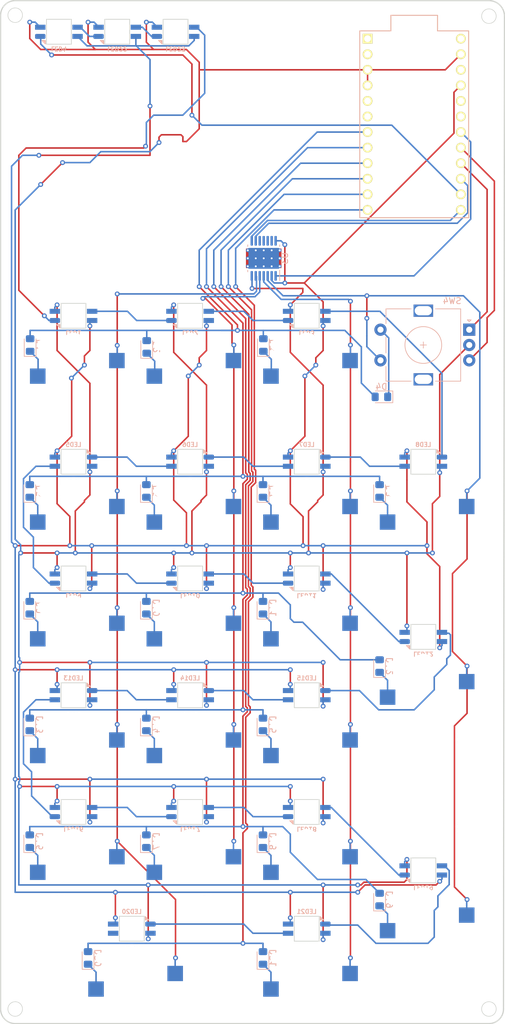
<source format=kicad_pcb>
(kicad_pcb (version 20211014) (generator pcbnew)
  (layers (0 "F.Cu" signal) (31 "B.Cu" signal) (34 "B.Paste" user) (35 "F.Paste" user) (36 "B.SilkS" user "B.Silkscreen") (37 "F.SilkS" user "F.Silkscreen") (38 "B.Mask" user) (39 "F.Mask" user) (44 "Edge.Cuts" user))
  (net 0 "")
  (net 1 "Net-(D1-Pad1)")
  (net 2 "/ROW1")
  (net 3 "Net-(D2-Pad1)")
  (net 4 "Net-(D3-Pad1)")
  (net 5 "Net-(D4-Pad1)")
  (net 6 "Net-(D5-Pad1)")
  (net 7 "/ROW2")
  (net 8 "Net-(D6-Pad1)")
  (net 9 "Net-(D7-Pad1)")
  (net 10 "Net-(D8-Pad1)")
  (net 11 "Net-(D9-Pad1)")
  (net 12 "/ROW3")
  (net 13 "Net-(D10-Pad1)")
  (net 14 "Net-(D11-Pad1)")
  (net 15 "Net-(D12-Pad1)")
  (net 16 "/ENCODER_B")
  (net 17 "Net-(D13-Pad1)")
  (net 18 "/ROW4")
  (net 19 "Net-(D14-Pad1)")
  (net 20 "Net-(D15-Pad1)")
  (net 21 "Net-(D16-Pad1)")
  (net 22 "/ROW5")
  (net 23 "Net-(D17-Pad1)")
  (net 24 "Net-(D18-Pad1)")
  (net 25 "Net-(D19-Pad1)")
  (net 26 "Net-(D20-Pad1)")
  (net 27 "/ROW6")
  (net 28 "Net-(D21-Pad1)")
  (net 29 "Net-(LED1-Pad1)")
  (net 30 "+5V")
  (net 31 "/LED_DATA")
  (net 32 "GND")
  (net 33 "Net-(LED2-Pad1)")
  (net 34 "Net-(LED3-Pad1)")
  (net 35 "Net-(LED5-Pad1)")
  (net 36 "Net-(LED5-Pad3)")
  (net 37 "Net-(LED6-Pad3)")
  (net 38 "Net-(LED7-Pad3)")
  (net 39 "Net-(LED10-Pad3)")
  (net 40 "Net-(LED10-Pad1)")
  (net 41 "Net-(LED11-Pad1)")
  (net 42 "Net-(LED12-Pad1)")
  (net 43 "Net-(LED13-Pad1)")
  (net 44 "Net-(LED13-Pad3)")
  (net 45 "Net-(LED14-Pad3)")
  (net 46 "Net-(LED16-Pad1)")
  (net 47 "Net-(LED17-Pad1)")
  (net 48 "Net-(LED18-Pad1)")
  (net 49 "/COL1")
  (net 50 "/COL2")
  (net 51 "/COL3")
  (net 52 "/COL4")
  (net 53 "Net-(LED19-Pad1)")
  (net 55 "Net-(LED20-Pad3)")
  (net 56 "/SHIFTREGIN")
  (net 57 "/COLCLOCK")
  (net 58 "/ENCODER_A")
  (net 67 "Net-(LED1-Pad3)")
  (net 68 "Net-(LED22-Pad3)")
  (net 69 "Net-(LED22-Pad1)")
  (net 70 "/COLSET")
  (footprint "numpad:SK6812-MINI-E-Reverse" (layer "F.Cu") (at 83.34375 109.5375 180)
    (fp_text reference "LED9")
    (fp_text value "SK6812MINI-E" hide)
    (fp_line (start 2.032 -2.032) (end 2.032 2.032) (layer "Edge.Cuts") (width 0.12))
    (fp_line (start 2.032 2.032) (end -2.032 2.032) (layer "Edge.Cuts") (width 0.12))
    (fp_line (start -2.032 2.032) (end -2.032 -2.032) (layer "Edge.Cuts") (width 0.12))
    (fp_line (start -2.032 -2.032) (end 2.032 -2.032) (layer "Edge.Cuts") (width 0.12))
  )
  (footprint "numpad:SK6812-MINI-E-Reverse" (layer "F.Cu") (at 121.44375 90.4875)
    (fp_text reference "LED7")
    (fp_text value "SK6812MINI-E" hide)
    (fp_line (start -2.032 -2.032) (end 2.032 -2.032) (layer "Edge.Cuts") (width 0.12))
    (fp_line (start 2.032 -2.032) (end 2.032 2.032) (layer "Edge.Cuts") (width 0.12))
    (fp_line (start -2.032 2.032) (end -2.032 -2.032) (layer "Edge.Cuts") (width 0.12))
    (fp_line (start 2.032 2.032) (end -2.032 2.032) (layer "Edge.Cuts") (width 0.12))
  )
  (footprint "numpad:SK6812-MINI-E-Reverse" (layer "F.Cu") (at 140.49375 157.1625 180)
    (fp_text reference "LED19")
    (fp_text value "SK6812MINI-E" hide)
    (fp_line (start 2.032 -2.032) (end 2.032 2.032) (layer "Edge.Cuts") (width 0.12))
    (fp_line (start 2.032 2.032) (end -2.032 2.032) (layer "Edge.Cuts") (width 0.12))
    (fp_line (start -2.032 -2.032) (end 2.032 -2.032) (layer "Edge.Cuts") (width 0.12))
    (fp_line (start -2.032 2.032) (end -2.032 -2.032) (layer "Edge.Cuts") (width 0.12))
  )
  (footprint "mx:MXOnly-1U-Hotswap" (layer "F.Cu") (at 121.44375 71.4375 180)
    (fp_text reference "SW3")
    (fp_text value "SW_SPST")
  )
  (footprint "mx:MXOnly-1U-Hotswap" (layer "F.Cu") (at 140.49375 95.25 180)
    (fp_text reference "SW8")
    (fp_text value "SW_SPST")
  )
  (footprint "mx:MXOnly-1U-Hotswap" (layer "F.Cu") (at 121.44375 152.4 180)
    (fp_text reference "SW18")
    (fp_text value "SW_SPST")
  )
  (footprint "mx:MXOnly-2U-Hotswap-VerticalStabilizers" (layer "F.Cu") (at 140.49375 123.825 180)
    (fp_text reference "SW12")
    (fp_text value "SW_SPST" hide)
  )
  (footprint "numpad:SK6812-MINI-E-Reverse" (layer "F.Cu") (at 121.44375 166.6875)
    (fp_text reference "LED21")
    (fp_text value "SK6812MINI-E" hide)
    (fp_line (start 2.032 -2.032) (end 2.032 2.032) (layer "Edge.Cuts") (width 0.12))
    (fp_line (start -2.032 -2.032) (end 2.032 -2.032) (layer "Edge.Cuts") (width 0.12))
    (fp_line (start 2.032 2.032) (end -2.032 2.032) (layer "Edge.Cuts") (width 0.12))
    (fp_line (start -2.032 2.032) (end -2.032 -2.032) (layer "Edge.Cuts") (width 0.12))
  )
  (footprint "numpad:SK6812-MINI-E-Reverse" (layer "F.Cu") (at 83.34375 90.4875)
    (fp_text reference "LED5")
    (fp_text value "SK6812MINI-E" hide)
    (fp_line (start 2.032 2.032) (end -2.032 2.032) (layer "Edge.Cuts") (width 0.12))
    (fp_line (start 2.032 -2.032) (end 2.032 2.032) (layer "Edge.Cuts") (width 0.12))
    (fp_line (start -2.032 2.032) (end -2.032 -2.032) (layer "Edge.Cuts") (width 0.12))
    (fp_line (start -2.032 -2.032) (end 2.032 -2.032) (layer "Edge.Cuts") (width 0.12))
  )
  (footprint "mx:MXOnly-1U-Hotswap" (layer "F.Cu") (at 83.34375 133.35 180)
    (fp_text reference "SW13")
    (fp_text value "SW_SPST")
  )
  (footprint "promicro:ProMicro" (layer "F.Cu") (at 139.005352 35.421064 -90)
    (fp_text reference "U1" hide)
    (fp_text value "ProMicro")
  )
  (footprint "numpad:SK6812-MINI-E-Reverse" (layer "F.Cu") (at 102.39375 109.5375 180)
    (fp_text reference "LED10")
    (fp_text value "SK6812MINI-E" hide)
    (fp_line (start 2.032 2.032) (end -2.032 2.032) (layer "Edge.Cuts") (width 0.12))
    (fp_line (start 2.032 -2.032) (end 2.032 2.032) (layer "Edge.Cuts") (width 0.12))
    (fp_line (start -2.032 -2.032) (end 2.032 -2.032) (layer "Edge.Cuts") (width 0.12))
    (fp_line (start -2.032 2.032) (end -2.032 -2.032) (layer "Edge.Cuts") (width 0.12))
  )
  (footprint "numpad:SK6812-MINI-E-Reverse" (layer "F.Cu") (at 100.0125 20.32 180)
    (fp_text reference "LED23")
    (fp_text value "SK6812MINI-E" hide)
    (fp_line (start 2.032 -2.032) (end 2.032 2.032) (layer "Edge.Cuts") (width 0.12))
    (fp_line (start -2.032 2.032) (end -2.032 -2.032) (layer "Edge.Cuts") (width 0.12))
    (fp_line (start 2.032 2.032) (end -2.032 2.032) (layer "Edge.Cuts") (width 0.12))
    (fp_line (start -2.032 -2.032) (end 2.032 -2.032) (layer "Edge.Cuts") (width 0.12))
  )
  (footprint "numpad:SK6812-MINI-E-Reverse" (layer "F.Cu") (at 80.9625 20.32 180)
    (fp_text reference "LED4")
    (fp_text value "SK6812MINI-E" hide)
    (fp_line (start 2.032 -2.032) (end 2.032 2.032) (layer "Edge.Cuts") (width 0.12))
    (fp_line (start -2.032 -2.032) (end 2.032 -2.032) (layer "Edge.Cuts") (width 0.12))
    (fp_line (start -2.032 2.032) (end -2.032 -2.032) (layer "Edge.Cuts") (width 0.12))
    (fp_line (start 2.032 2.032) (end -2.032 2.032) (layer "Edge.Cuts") (width 0.12))
  )
  (footprint "mx:MXOnly-1U-Hotswap" (layer "F.Cu") (at 102.39375 133.35 180)
    (fp_text reference "SW14")
    (fp_text value "SW_SPST")
  )
  (footprint "numpad:SK6812-MINI-E-Reverse" (layer "F.Cu") (at 90.4875 20.32 180)
    (fp_text reference "LED22")
    (fp_text value "SK6812MINI-E" hide)
    (fp_line (start -2.032 -2.032) (end 2.032 -2.032) (layer "Edge.Cuts") (width 0.12))
    (fp_line (start 2.032 2.032) (end -2.032 2.032) (layer "Edge.Cuts") (width 0.12))
    (fp_line (start 2.032 -2.032) (end 2.032 2.032) (layer "Edge.Cuts") (width 0.12))
    (fp_line (start -2.032 2.032) (end -2.032 -2.032) (layer "Edge.Cuts") (width 0.12))
  )
  (footprint "numpad:SK6812-MINI-E-Reverse" (layer "F.Cu") (at 102.39375 128.5875)
    (fp_text reference "LED14")
    (fp_text value "SK6812MINI-E" hide)
    (fp_line (start 2.032 -2.032) (end 2.032 2.032) (layer "Edge.Cuts") (width 0.12))
    (fp_line (start -2.032 -2.032) (end 2.032 -2.032) (layer "Edge.Cuts") (width 0.12))
    (fp_line (start 2.032 2.032) (end -2.032 2.032) (layer "Edge.Cuts") (width 0.12))
    (fp_line (start -2.032 2.032) (end -2.032 -2.032) (layer "Edge.Cuts") (width 0.12))
  )
  (footprint "numpad:SK6812-MINI-E-Reverse" (layer "F.Cu") (at 83.34375 147.6375 180)
    (fp_text reference "LED16")
    (fp_text value "SK6812MINI-E" hide)
    (fp_line (start 2.032 2.032) (end -2.032 2.032) (layer "Edge.Cuts") (width 0.12))
    (fp_line (start -2.032 2.032) (end -2.032 -2.032) (layer "Edge.Cuts") (width 0.12))
    (fp_line (start 2.032 -2.032) (end 2.032 2.032) (layer "Edge.Cuts") (width 0.12))
    (fp_line (start -2.032 -2.032) (end 2.032 -2.032) (layer "Edge.Cuts") (width 0.12))
  )
  (footprint "mx:MXOnly-1U-Hotswap" (layer "F.Cu") (at 102.39375 152.4 180)
    (fp_text reference "SW17")
    (fp_text value "SW_SPST")
  )
  (footprint "numpad:SK6812-MINI-E-Reverse" (layer "F.Cu") (at 83.34375 128.5875)
    (fp_text reference "LED13")
    (fp_text value "SK6812MINI-E" hide)
    (fp_line (start 2.032 2.032) (end -2.032 2.032) (layer "Edge.Cuts") (width 0.12))
    (fp_line (start -2.032 -2.032) (end 2.032 -2.032) (layer "Edge.Cuts") (width 0.12))
    (fp_line (start -2.032 2.032) (end -2.032 -2.032) (layer "Edge.Cuts") (width 0.12))
    (fp_line (start 2.032 -2.032) (end 2.032 2.032) (layer "Edge.Cuts") (width 0.12))
  )
  (footprint "numpad:SK6812-MINI-E-Reverse" (layer "F.Cu") (at 121.44375 66.675 180)
    (fp_text reference "LED3")
    (fp_text value "SK6812MINI-E" hide)
    (fp_line (start 2.032 2.032) (end -2.032 2.032) (layer "Edge.Cuts") (width 0.12))
    (fp_line (start 2.032 -2.032) (end 2.032 2.032) (layer "Edge.Cuts") (width 0.12))
    (fp_line (start -2.032 -2.032) (end 2.032 -2.032) (layer "Edge.Cuts") (width 0.12))
    (fp_line (start -2.032 2.032) (end -2.032 -2.032) (layer "Edge.Cuts") (width 0.12))
  )
  (footprint "numpad:SK6812-MINI-E-Reverse" (layer "F.Cu") (at 121.44375 128.5875)
    (fp_text reference "LED15")
    (fp_text value "SK6812MINI-E" hide)
    (fp_line (start -2.032 2.032) (end -2.032 -2.032) (layer "Edge.Cuts") (width 0.12))
    (fp_line (start -2.032 -2.032) (end 2.032 -2.032) (layer "Edge.Cuts") (width 0.12))
    (fp_line (start 2.032 -2.032) (end 2.032 2.032) (layer "Edge.Cuts") (width 0.12))
    (fp_line (start 2.032 2.032) (end -2.032 2.032) (layer "Edge.Cuts") (width 0.12))
  )
  (footprint "mx:MXOnly-1U-Hotswap" (layer "F.Cu") (at 121.44375 133.35 180)
    (fp_text reference "SW15")
    (fp_text value "SW_SPST")
  )
  (footprint "numpad:SK6812-MINI-E-Reverse" (layer "F.Cu") (at 83.34375 66.675 180)
    (fp_text reference "LED1")
    (fp_text value "SK6812MINI-E" hide)
    (fp_line (start -2.032 2.032) (end -2.032 -2.032) (layer "Edge.Cuts") (width 0.12))
    (fp_line (start 2.032 2.032) (end -2.032 2.032) (layer "Edge.Cuts") (width 0.12))
    (fp_line (start 2.032 -2.032) (end 2.032 2.032) (layer "Edge.Cuts") (width 0.12))
    (fp_line (start -2.032 -2.032) (end 2.032 -2.032) (layer "Edge.Cuts") (width 0.12))
  )
  (footprint "mx:MXOnly-1U-Hotswap" (layer "F.Cu") (at 102.39375 95.25 180)
    (fp_text reference "SW6")
    (fp_text value "SW_SPST")
  )
  (footprint "mx:MXOnly-1U-Hotswap" (layer "F.Cu") (at 121.44375 95.25 180)
    (fp_text reference "SW7")
    (fp_text value "SW_SPST")
  )
  (footprint "mx:MXOnly-2U-Hotswap" (layer "F.Cu") (at 92.86875 171.45 180)
    (fp_text reference "SW20")
    (fp_text value "SW_SPST")
  )
  (footprint "mx:MXOnly-1U-Hotswap" (layer "F.Cu") (at 102.39375 71.4375 180)
    (fp_text reference "SW2")
    (fp_text value "SW_SPST")
  )
  (footprint "mx:MXOnly-1U-Hotswap" (layer "F.Cu") (at 83.34375 114.3 180)
    (fp_text reference "SW9")
    (fp_text value "SW_SPST")
  )
  (footprint "numpad:SK6812-MINI-E-Reverse" (layer "F.Cu") (at 121.44375 147.6375 180)
    (fp_text reference "LED18")
    (fp_text value "SK6812MINI-E" hide)
    (fp_line (start 2.032 -2.032) (end 2.032 2.032) (layer "Edge.Cuts") (width 0.12))
    (fp_line (start 2.032 2.032) (end -2.032 2.032) (layer "Edge.Cuts") (width 0.12))
    (fp_line (start -2.032 -2.032) (end 2.032 -2.032) (layer "Edge.Cuts") (width 0.12))
    (fp_line (start -2.032 2.032) (end -2.032 -2.032) (layer "Edge.Cuts") (width 0.12))
  )
  (footprint "numpad:SK6812-MINI-E-Reverse" (layer "F.Cu") (at 121.44375 109.5375 180)
    (fp_text reference "LED11")
    (fp_text value "SK6812MINI-E" hide)
    (fp_line (start -2.032 2.032) (end -2.032 -2.032) (layer "Edge.Cuts") (width 0.12))
    (fp_line (start -2.032 -2.032) (end 2.032 -2.032) (layer "Edge.Cuts") (width 0.12))
    (fp_line (start 2.032 2.032) (end -2.032 2.032) (layer "Edge.Cuts") (width 0.12))
    (fp_line (start 2.032 -2.032) (end 2.032 2.032) (layer "Edge.Cuts") (width 0.12))
  )
  (footprint "numpad:SK6812-MINI-E-Reverse" (layer "F.Cu") (at 92.86875 166.6875)
    (fp_text reference "LED20")
    (fp_text value "SK6812MINI-E" hide)
    (fp_line (start -2.032 2.032) (end -2.032 -2.032) (layer "Edge.Cuts") (width 0.12))
    (fp_line (start -2.032 -2.032) (end 2.032 -2.032) (layer "Edge.Cuts") (width 0.12))
    (fp_line (start 2.032 -2.032) (end 2.032 2.032) (layer "Edge.Cuts") (width 0.12))
    (fp_line (start 2.032 2.032) (end -2.032 2.032) (layer "Edge.Cuts") (width 0.12))
  )
  (footprint "numpad:SK6812-MINI-E-Reverse" (layer "F.Cu") (at 102.39375 90.4875)
    (fp_text reference "LED6")
    (fp_text value "SK6812MINI-E" hide)
    (fp_line (start 2.032 -2.032) (end 2.032 2.032) (layer "Edge.Cuts") (width 0.12))
    (fp_line (start -2.032 2.032) (end -2.032 -2.032) (layer "Edge.Cuts") (width 0.12))
    (fp_line (start -2.032 -2.032) (end 2.032 -2.032) (layer "Edge.Cuts") (width 0.12))
    (fp_line (start 2.032 2.032) (end -2.032 2.032) (layer "Edge.Cuts") (width 0.12))
  )
  (footprint "numpad:SK6812-MINI-E-Reverse" (layer "F.Cu") (at 140.49375 90.4875)
    (fp_text reference "LED8")
    (fp_text value "SK6812MINI-E" hide)
    (fp_line (start -2.032 2.032) (end -2.032 -2.032) (layer "Edge.Cuts") (width 0.12))
    (fp_line (start -2.032 -2.032) (end 2.032 -2.032) (layer "Edge.Cuts") (width 0.12))
    (fp_line (start 2.032 -2.032) (end 2.032 2.032) (layer "Edge.Cuts") (width 0.12))
    (fp_line (start 2.032 2.032) (end -2.032 2.032) (layer "Edge.Cuts") (width 0.12))
  )
  (footprint "mx:MXOnly-1U-Hotswap" (layer "F.Cu") (at 121.44375 171.45 180)
    (fp_text reference "SW21")
    (fp_text value "SW_SPST")
  )
  (footprint "mx:MXOnly-1U-Hotswap" (layer "F.Cu") (at 83.34375 95.25 180)
    (fp_text reference "SW5")
    (fp_text value "SW_SPST")
  )
  (footprint "mx:MXOnly-1U-Hotswap" (layer "F.Cu") (at 83.34375 71.43756 180)
    (fp_text reference "SW1")
    (fp_text value "SW_SPST")
  )
  (footprint "numpad:SK6812-MINI-E-Reverse" (layer "F.Cu") (at 140.49375 119.0625 180)
    (fp_text reference "LED12")
    (fp_text value "SK6812MINI-E" hide)
    (fp_line (start -2.032 2.032) (end -2.032 -2.032) (layer "Edge.Cuts") (width 0.12))
    (fp_line (start -2.032 -2.032) (end 2.032 -2.032) (layer "Edge.Cuts") (width 0.12))
    (fp_line (start 2.032 -2.032) (end 2.032 2.032) (layer "Edge.Cuts") (width 0.12))
    (fp_line (start 2.032 2.032) (end -2.032 2.032) (layer "Edge.Cuts") (width 0.12))
  )
  (footprint "numpad:SK6812-MINI-E-Reverse" (layer "F.Cu") (at 102.39375 147.6375 180)
    (fp_text reference "LED17")
    (fp_text value "SK6812MINI-E" hide)
    (fp_line (start 2.032 2.032) (end -2.032 2.032) (layer "Edge.Cuts") (width 0.12))
    (fp_line (start 2.032 -2.032) (end 2.032 2.032) (layer "Edge.Cuts") (width 0.12))
    (fp_line (start -2.032 -2.032) (end 2.032 -2.032) (layer "Edge.Cuts") (width 0.12))
    (fp_line (start -2.032 2.032) (end -2.032 -2.032) (layer "Edge.Cuts") (width 0.12))
  )
  (footprint "mx:MXOnly-1U-Hotswap" (layer "F.Cu") (at 102.39375 114.3 180)
    (fp_text reference "SW10")
    (fp_text value "SW_SPST")
  )
  (footprint "numpad:SK6812-MINI-E-Reverse" (layer "F.Cu") (at 102.39375 66.675 180)
    (fp_text reference "LED2")
    (fp_text value "SK6812MINI-E" hide)
    (fp_line (start 2.032 -2.032) (end 2.032 2.032) (layer "Edge.Cuts") (width 0.12))
    (fp_line (start 2.032 2.032) (end -2.032 2.032) (layer "Edge.Cuts") (width 0.12))
    (fp_line (start -2.032 -2.032) (end 2.032 -2.032) (layer "Edge.Cuts") (width 0.12))
    (fp_line (start -2.032 2.032) (end -2.032 -2.032) (layer "Edge.Cuts") (width 0.12))
  )
  (footprint "mx:MXOnly-1U-Hotswap" (layer "F.Cu") (at 121.44375 114.3 180)
    (fp_text reference "SW11")
    (fp_text value "SW_SPST")
  )
  (footprint "mx:MXOnly-2U-Hotswap-VerticalStabilizers" (layer "F.Cu") (at 140.49375 161.925 180)
    (fp_text reference "SW19")
    (fp_text value "SW_SPST" hide)
  )
  (footprint "mx:MXOnly-1U-Hotswap" (layer "F.Cu") (at 83.34375 152.4 180)
    (fp_text reference "SW16")
    (fp_text value "SW_SPST")
  )
  (footprint "Package_SO:HTSSOP-14-1EP_4.4x5mm_P0.65mm_EP3.4x5mm_Mask3x3.1mm_ThermalVias" (layer "B.Cu") (at 114.418259 57.293115 90)
    (fp_text reference "U3")
    (fp_text value "74HC164")
  )
  (footprint "Diode_SMD:D_0805_2012Metric_Pad1.15x1.40mm_HandSolder" (layer "B.Cu") (at 133.35 161.925 90)
    (fp_text reference "D19")
    (fp_text value "DIODE")
  )
  (footprint "Diode_SMD:D_0805_2012Metric_Pad1.15x1.40mm_HandSolder" (layer "B.Cu") (at 95.25 95.25 90)
    (fp_text reference "D6")
    (fp_text value "DIODE")
  )
  (footprint "Diode_SMD:D_0805_2012Metric_Pad1.15x1.40mm_HandSolder" (layer "B.Cu") (at 85.725 171.45 90)
    (fp_text reference "D20")
    (fp_text value "DIODE")
  )
  (footprint "Diode_SMD:D_0805_2012Metric_Pad1.15x1.40mm_HandSolder" (layer "B.Cu") (at 114.3 114.3 90)
    (fp_text reference "D11")
    (fp_text value "DIODE")
  )
  (footprint "Diode_SMD:D_0805_2012Metric_Pad1.15x1.40mm_HandSolder" (layer "B.Cu") (at 114.3 152.4 90)
    (fp_text reference "D18")
    (fp_text value "DIODE")
  )
  (footprint "Diode_SMD:D_0805_2012Metric_Pad1.15x1.40mm_HandSolder" (layer "B.Cu") (at 76.2 152.4 90)
    (fp_text reference "D16")
    (fp_text value "DIODE")
  )
  (footprint "Diode_SMD:D_0805_2012Metric_Pad1.15x1.40mm_HandSolder" (layer "B.Cu") (at 133.35 123.825 90)
    (fp_text reference "D12")
    (fp_text value "DIODE")
  )
  (footprint "Diode_SMD:D_0805_2012Metric_Pad1.15x1.40mm_HandSolder" (layer "B.Cu") (at 76.2 114.3 90)
    (fp_text reference "D9")
    (fp_text value "DIODE")
  )
  (footprint "Diode_SMD:D_0805_2012Metric_Pad1.15x1.40mm_HandSolder" (layer "B.Cu") (at 95.25 114.3 90)
    (fp_text reference "D10")
    (fp_text value "DIODE")
  )
  (footprint "keebio:RotaryEncoder_Alps_EC11E-Switch_Vertical_H20mm" (layer "B.Cu") (at 140.49375 71.4375 180)
    (fp_text reference "SW4")
    (fp_text value "RotaryEncoder_Switch")
  )
  (footprint "Diode_SMD:D_0805_2012Metric_Pad1.15x1.40mm_HandSolder" (layer "B.Cu") (at 95.25 152.4 90)
    (fp_text reference "D17")
    (fp_text value "DIODE")
  )
  (footprint "Diode_SMD:D_0805_2012Metric_Pad1.15x1.40mm_HandSolder" (layer "B.Cu") (at 95.30875 71.7475 90)
    (fp_text reference "D2")
    (fp_text value "DIODE")
  )
  (footprint "Diode_SMD:D_0805_2012Metric_Pad1.15x1.40mm_HandSolder" (layer "B.Cu") (at 76.2 133.35 90)
    (fp_text reference "D13")
    (fp_text value "DIODE")
  )
  (footprint "Diode_SMD:D_0805_2012Metric_Pad1.15x1.40mm_HandSolder" (layer "B.Cu") (at 114.35875 71.4375 90)
    (fp_text reference "D3")
    (fp_text value "DIODE")
  )
  (footprint "Diode_SMD:D_0805_2012Metric_Pad1.15x1.40mm_HandSolder" (layer "B.Cu") (at 114.3 133.35 90)
    (fp_text reference "D15")
    (fp_text value "DIODE")
  )
  (footprint "Diode_SMD:D_0805_2012Metric_Pad1.15x1.40mm_HandSolder" (layer "B.Cu") (at 114.3 171.45 90)
    (fp_text reference "D21")
    (fp_text value "DIODE")
  )
  (footprint "Diode_SMD:D_0805_2012Metric_Pad1.15x1.40mm_HandSolder" (layer "B.Cu") (at 114.3 95.25 90)
    (fp_text reference "D7")
    (fp_text value "DIODE")
  )
  (footprint "Diode_SMD:D_0805_2012Metric_Pad1.15x1.40mm_HandSolder" (layer "B.Cu") (at 76.25875 71.4375 90)
    (fp_text reference "D1")
    (fp_text value "DIODE")
  )
  (footprint "Diode_SMD:D_0805_2012Metric_Pad1.15x1.40mm_HandSolder" (layer "B.Cu") (at 133.647544 79.8975 180)
    (fp_text reference "D4")
    (fp_text value "DIODE")
  )
  (footprint "Diode_SMD:D_0805_2012Metric_Pad1.15x1.40mm_HandSolder" (layer "B.Cu") (at 133.35 95.25 90)
    (fp_text reference "D8")
    (fp_text value "DIODE")
  )
  (footprint "Diode_SMD:D_0805_2012Metric_Pad1.15x1.40mm_HandSolder" (layer "B.Cu") (at 95.25 133.35 90)
    (fp_text reference "D14")
    (fp_text value "DIODE")
  )
  (footprint "Diode_SMD:D_0805_2012Metric_Pad1.15x1.40mm_HandSolder" (layer "B.Cu") (at 76.2 95.25 90)
    (fp_text reference "D5")
    (fp_text value "DIODE")
  )
  (gr_arc (start 73.81875 182.165625) (mid 72.134952 181.468173) (end 71.4375 179.784375) (layer "Edge.Cuts") (width 0.2))
  (gr_circle (center 151.209375 179.784375) (end 150.01875 179.784375) (layer "Edge.Cuts") (width 0.1) (fill none))
  (gr_line (start 71.4375 17.62125) (end 71.4375 179.784375) (layer "Edge.Cuts") (width 0.2))
  (gr_arc (start 71.4375 17.62125) (mid 72.134949 15.937434) (end 73.81875 15.24) (layer "Edge.Cuts") (width 0.2))
  (gr_circle (center 73.8188 17.62125) (end 75.009425 17.62125) (layer "Edge.Cuts") (width 0.1) (fill none))
  (gr_line (start 153.590625 179.784375) (end 153.7494 17.78) (layer "Edge.Cuts") (width 0.2))
  (gr_circle (center 151.2094 17.78) (end 152.400025 17.78) (layer "Edge.Cuts") (width 0.1) (fill none))
  (gr_line (start 73.81875 182.165625) (end 151.209375 182.165625) (layer "Edge.Cuts") (width 0.2))
  (gr_arc (start 151.209375 15.24) (mid 153.005439 15.983943) (end 153.7494 17.78) (layer "Edge.Cuts") (width 0.2))
  (gr_line (start 151.209375 15.24) (end 73.81875 15.24) (layer "Edge.Cuts") (width 0.2))
  (gr_arc (start 153.590625 179.784375) (mid 152.893173 181.468173) (end 151.209375 182.165625) (layer "Edge.Cuts") (width 0.2))
  (gr_circle (center 73.81875 179.784375) (end 72.628125 179.784375) (layer "Edge.Cuts") (width 0.1) (fill none))
  (segment (start 77.5605 73.76425) (end 76.25875 72.4625) (width 0.25) (layer "B.Cu") (net 1))
  (segment (start 77.5605 76.5175) (end 77.5605 73.76425) (width 0.25) (layer "B.Cu") (net 1))
  (segment (start 103.881944 61.912448) (end 110.13272 68.163224) (width 0.25) (layer "F.Cu") (net 2))
  (segment (start 110.13272 68.163224) (end 110.13272 69.05625) (width 0.25) (layer "F.Cu") (net 2))
  (via (at 110.13272 69.05625) (size 0.8) (drill 0.4) (layers "F.Cu" "B.Cu") (net 2))
  (via (at 103.881944 61.912448) (size 0.8) (drill 0.4) (layers "F.Cu" "B.Cu") (net 2))
  (segment (start 111.084625 69.05625) (end 111.084811 69.056436) (width 0.25) (layer "B.Cu") (net 2))
  (segment (start 103.881944 61.912448) (end 103.881944 55.959328) (width 0.25) (layer "B.Cu") (net 2))
  (segment (start 123.150208 36.691064) (end 131.385352 36.691064) (width 0.25) (layer "B.Cu") (net 2))
  (segment (start 111.084811 69.056436) (end 111.084997 69.05625) (width 0.25) (layer "B.Cu") (net 2))
  (segment (start 107.453816 69.05625) (end 111.084625 69.05625) (width 0.25) (layer "B.Cu") (net 2))
  (segment (start 95.30875 70.7225) (end 95.30875 69.05625) (width 0.25) (layer "B.Cu") (net 2))
  (segment (start 114.35875 70.4125) (end 114.35875 69.05625) (width 0.25) (layer "B.Cu") (net 2))
  (segment (start 111.084997 69.05625) (end 114.35875 69.05625) (width 0.25) (layer "B.Cu") (net 2))
  (segment (start 103.881944 55.959328) (end 123.150208 36.691064) (width 0.25) (layer "B.Cu") (net 2))
  (segment (start 76.25875 70.4125) (end 76.25875 69.05625) (width 0.25) (layer "B.Cu") (net 2))
  (segment (start 127.678036 69.05625) (end 130.373328 71.751542) (width 0.25) (layer "B.Cu") (net 2))
  (segment (start 130.373328 71.751542) (end 130.373328 77.648284) (width 0.25) (layer "B.Cu") (net 2))
  (segment (start 130.373328 77.648284) (end 132.622544 79.8975) (width 0.25) (layer "B.Cu") (net 2))
  (segment (start 114.35875 69.05625) (end 127.678036 69.05625) (width 0.25) (layer "B.Cu") (net 2))
  (segment (start 76.25875 69.05625) (end 110.13272 69.05625) (width 0.25) (layer "B.Cu") (net 2))
  (segment (start 96.6105 74.07425) (end 95.30875 72.7725) (width 0.25) (layer "B.Cu") (net 3))
  (segment (start 96.6105 76.5175) (end 96.6105 74.07425) (width 0.25) (layer "B.Cu") (net 3))
  (segment (start 115.6605 73.76425) (end 115.6605 76.5175) (width 0.25) (layer "B.Cu") (net 4))
  (segment (start 114.35875 72.4625) (end 115.6605 73.76425) (width 0.25) (layer "B.Cu") (net 4))
  (segment (start 133.49375 68.9375) (end 134.838168 70.281918) (width 0.25) (layer "B.Cu") (net 5))
  (segment (start 134.838168 70.281918) (end 134.838168 79.731876) (width 0.25) (layer "B.Cu") (net 5))
  (segment (start 134.838168 79.731876) (end 134.672544 79.8975) (width 0.25) (layer "B.Cu") (net 5))
  (segment (start 77.50175 100.33) (end 77.50175 97.57675) (width 0.25) (layer "B.Cu") (net 6))
  (segment (start 77.50175 97.57675) (end 76.2 96.275) (width 0.25) (layer "B.Cu") (net 6))
  (segment (start 105.072568 61.912448) (end 111.025688 67.865568) (width 0.25) (layer "F.Cu") (net 7))
  (segment (start 111.025688 92.868143) (end 111.026295 92.86875) (width 0.25) (layer "F.Cu") (net 7))
  (segment (start 111.025688 67.865568) (end 111.025688 92.868143) (width 0.25) (layer "F.Cu") (net 7))
  (segment (start 111.026061 92.868516) (end 111.026295 92.86875) (width 0.25) (layer "F.Cu") (net 7))
  (via (at 105.072568 61.912448) (size 0.8) (drill 0.4) (layers "F.Cu" "B.Cu") (net 7))
  (via (at 111.026295 92.86875) (size 0.8) (drill 0.4) (layers "F.Cu" "B.Cu") (net 7))
  (segment (start 114.3 94.225) (end 114.3 92.86875) (width 0.25) (layer "B.Cu") (net 7))
  (segment (start 76.2 94.225) (end 76.2 92.86875) (width 0.25) (layer "B.Cu") (net 7))
  (segment (start 105.072568 55.744249) (end 105.072568 61.912448) (width 0.25) (layer "B.Cu") (net 7))
  (segment (start 111.026295 92.86875) (end 76.2 92.86875) (width 0.25) (layer "B.Cu") (net 7))
  (segment (start 121.585753 39.231064) (end 105.072568 55.744249) (width 0.25) (layer "B.Cu") (net 7))
  (segment (start 133.35 94.225) (end 133.35 92.86875) (width 0.25) (layer "B.Cu") (net 7))
  (segment (start 131.385352 39.231064) (end 121.585753 39.231064) (width 0.25) (layer "B.Cu") (net 7))
  (segment (start 114.3 92.86875) (end 111.026295 92.86875) (width 0.25) (layer "B.Cu") (net 7))
  (segment (start 95.25 94.225) (end 95.25 92.86875) (width 0.25) (layer "B.Cu") (net 7))
  (segment (start 133.35 92.86875) (end 114.3 92.86875) (width 0.25) (layer "B.Cu") (net 7))
  (segment (start 96.55175 100.33) (end 96.55175 97.57675) (width 0.25) (layer "B.Cu") (net 8))
  (segment (start 96.55175 97.57675) (end 95.25 96.275) (width 0.25) (layer "B.Cu") (net 8))
  (segment (start 115.60175 97.57675) (end 115.60175 100.33) (width 0.25) (layer "B.Cu") (net 9))
  (segment (start 114.3 96.275) (end 115.60175 97.57675) (width 0.25) (layer "B.Cu") (net 9))
  (segment (start 134.65175 97.57675) (end 133.35 96.275) (width 0.25) (layer "B.Cu") (net 10))
  (segment (start 134.65175 100.33) (end 134.65175 97.57675) (width 0.25) (layer "B.Cu") (net 10))
  (segment (start 76.2 115.325) (end 77.50175 116.62675) (width 0.25) (layer "B.Cu") (net 11))
  (segment (start 77.50175 116.62675) (end 77.50175 119.38) (width 0.25) (layer "B.Cu") (net 11))
  (segment (start 111.476061 67.125317) (end 111.476061 92.293211) (width 0.25) (layer "F.Cu") (net 12))
  (segment (start 111.476061 92.293211) (end 111.751295 92.568445) (width 0.25) (layer "F.Cu") (net 12))
  (segment (start 111.026061 111.918468) (end 111.026343 111.91875) (width 0.25) (layer "F.Cu") (net 12))
  (segment (start 111.751295 92.568445) (end 111.751295 93.334378) (width 0.25) (layer "F.Cu") (net 12))
  (segment (start 106.263192 61.912448) (end 111.476061 67.125317) (width 0.25) (layer "F.Cu") (net 12))
  (segment (start 111.026061 94.059612) (end 111.026061 111.918468) (width 0.25) (layer "F.Cu") (net 12))
  (segment (start 111.751295 93.334378) (end 111.026061 94.059612) (width 0.25) (layer "F.Cu") (net 12))
  (via (at 106.263192 61.912448) (size 0.8) (drill 0.4) (layers "F.Cu" "B.Cu") (net 12))
  (via (at 111.026343 111.91875) (size 0.8) (drill 0.4) (layers "F.Cu" "B.Cu") (net 12))
  (segment (start 118.764744 113.844055) (end 116.839439 111.91875) (width 0.25) (layer "B.Cu") (net 12))
  (segment (start 106.263192 55.959328) (end 106.263192 61.912448) (width 0.25) (layer "B.Cu") (net 12))
  (segment (start 76.2 113.275) (end 76.2 111.91875) (width 0.25) (layer "B.Cu") (net 12))
  (segment (start 126.90985 122.8) (end 120.778751 116.668901) (width 0.25) (layer "B.Cu") (net 12))
  (segment (start 95.25 111.91875) (end 76.2 111.91875) (width 0.25) (layer "B.Cu") (net 12))
  (segment (start 116.839439 111.91875) (end 114.3 111.91875) (width 0.25) (layer "B.Cu") (net 12))
  (segment (start 119.347805 116.668901) (end 118.764744 116.08584) (width 0.25) (layer "B.Cu") (net 12))
  (segment (start 114.3 113.275) (end 114.3 111.91875) (width 0.25) (layer "B.Cu") (net 12))
  (segment (start 131.385352 41.771064) (end 120.451456 41.771064) (width 0.25) (layer "B.Cu") (net 12))
  (segment (start 120.778751 116.668901) (end 119.347805 116.668901) (width 0.25) (layer "B.Cu") (net 12))
  (segment (start 118.764744 116.08584) (end 118.764744 113.844055) (width 0.25) (layer "B.Cu") (net 12))
  (segment (start 133.35 122.8) (end 126.90985 122.8) (width 0.25) (layer "B.Cu") (net 12))
  (segment (start 95.25 113.275) (end 95.25 111.91875) (width 0.25) (layer "B.Cu") (net 12))
  (segment (start 120.451456 41.771064) (end 106.263192 55.959328) (width 0.25) (layer "B.Cu") (net 12))
  (segment (start 114.3 111.91875) (end 111.026343 111.91875) (width 0.25) (layer "B.Cu") (net 12))
  (segment (start 111.026343 111.91875) (end 95.25 111.91875) (width 0.25) (layer "B.Cu") (net 12))
  (segment (start 95.25 115.325) (end 96.55175 116.62675) (width 0.25) (layer "B.Cu") (net 13))
  (segment (start 96.55175 116.62675) (end 96.55175 119.38) (width 0.25) (layer "B.Cu") (net 13))
  (segment (start 115.60175 116.62675) (end 115.60175 119.38) (width 0.25) (layer "B.Cu") (net 14))
  (segment (start 114.3 115.325) (end 115.60175 116.62675) (width 0.25) (layer "B.Cu") (net 14))
  (segment (start 133.35 124.85) (end 134.65175 126.15175) (width 0.25) (layer "B.Cu") (net 15))
  (segment (start 134.65175 126.15175) (end 134.65175 128.905) (width 0.25) (layer "B.Cu") (net 15))
  (segment (start 150.911592 66.019658) (end 150.911592 46.057304) (width 0.25) (layer "F.Cu") (net 16))
  (segment (start 150.911592 46.057304) (end 146.625352 41.771064) (width 0.25) (layer "F.Cu") (net 16))
  (segment (start 147.99375 68.9375) (end 150.911592 66.019658) (width 0.25) (layer "F.Cu") (net 16))
  (segment (start 76.2 134.375) (end 77.50175 135.67675) (width 0.25) (layer "B.Cu") (net 17))
  (segment (start 77.50175 135.67675) (end 77.50175 138.43) (width 0.25) (layer "B.Cu") (net 17))
  (segment (start 111.751343 112.219055) (end 111.026061 112.944337) (width 0.25) (layer "F.Cu") (net 18))
  (segment (start 111.026061 112.944337) (end 111.026061 130.96842) (width 0.25) (layer "F.Cu") (net 18))
  (segment (start 111.476061 94.246008) (end 111.476061 111.026061) (width 0.25) (layer "F.Cu") (net 18))
  (segment (start 112.201295 93.520774) (end 111.476061 94.246008) (width 0.25) (layer "F.Cu") (net 18))
  (segment (start 111.984811 66.443443) (end 111.984811 92.165565) (width 0.25) (layer "F.Cu") (net 18))
  (segment (start 111.476061 111.026061) (end 111.751343 111.301343) (width 0.25) (layer "F.Cu") (net 18))
  (segment (start 111.984811 92.165565) (end 112.201295 92.382049) (width 0.25) (layer "F.Cu") (net 18))
  (segment (start 112.201295 92.382049) (end 112.201295 93.520774) (width 0.25) (layer "F.Cu") (net 18))
  (segment (start 111.026061 130.96842) (end 111.026391 130.96875) (width 0.25) (layer "F.Cu") (net 18))
  (segment (start 111.751343 111.301343) (end 111.751343 112.219055) (width 0.25) (layer "F.Cu") (net 18))
  (segment (start 107.453816 61.912448) (end 111.984811 66.443443) (width 0.25) (layer "F.Cu") (net 18))
  (via (at 107.453816 61.912448) (size 0.8) (drill 0.4) (layers "F.Cu" "B.Cu") (net 18))
  (via (at 111.026391 130.96875) (size 0.8) (drill 0.4) (layers "F.Cu" "B.Cu") (net 18))
  (segment (start 114.3 130.96875) (end 114.3 132.325) (width 0.25) (layer "B.Cu") (net 18))
  (segment (start 76.2 132.325) (end 76.2 130.96875) (width 0.25) (layer "B.Cu") (net 18))
  (segment (start 76.2 130.96875) (end 95.25 130.96875) (width 0.25) (layer "B.Cu") (net 18))
  (segment (start 119.10208 44.311064) (end 107.453816 55.959328) (width 0.25) (layer "B.Cu") (net 18))
  (segment (start 95.25 132.325) (end 95.25 130.96875) (width 0.25) (layer "B.Cu") (net 18))
  (segment (start 95.25 130.96875) (end 111.026391 130.96875) (width 0.25) (layer "B.Cu") (net 18))
  (segment (start 131.385352 44.311064) (end 119.10208 44.311064) (width 0.25) (layer "B.Cu") (net 18))
  (segment (start 107.453816 61.912448) (end 107.453816 55.959328) (width 0.25) (layer "B.Cu") (net 18))
  (segment (start 111.026391 130.96875) (end 114.3 130.96875) (width 0.25) (layer "B.Cu") (net 18))
  (segment (start 95.25 134.375) (end 96.55175 135.67675) (width 0.25) (layer "B.Cu") (net 19))
  (segment (start 96.55175 135.67675) (end 96.55175 138.43) (width 0.25) (layer "B.Cu") (net 19))
  (segment (start 114.3 134.375) (end 115.60175 135.67675) (width 0.25) (layer "B.Cu") (net 20))
  (segment (start 115.60175 135.67675) (end 115.60175 138.43) (width 0.25) (layer "B.Cu") (net 20))
  (segment (start 76.2 153.425) (end 77.50175 154.72675) (width 0.25) (layer "B.Cu") (net 21))
  (segment (start 77.50175 154.72675) (end 77.50175 157.48) (width 0.25) (layer "B.Cu") (net 21))
  (segment (start 111.926061 110.839665) (end 112.201343 111.114947) (width 0.25) (layer "F.Cu") (net 22))
  (segment (start 108.64444 61.912448) (end 112.434811 65.702819) (width 0.25) (layer "F.Cu") (net 22))
  (segment (start 111.926061 94.432404) (end 111.926061 110.839665) (width 0.25) (layer "F.Cu") (net 22))
  (segment (start 111.026439 131.994007) (end 111.026439 150.01875) (width 0.25) (layer "F.Cu") (net 22))
  (segment (start 112.434811 65.702819) (end 112.434811 91.979169) (width 0.25) (layer "F.Cu") (net 22))
  (segment (start 112.201343 112.405451) (end 111.476061 113.130733) (width 0.25) (layer "F.Cu") (net 22))
  (segment (start 111.476061 113.130733) (end 111.476061 130.393115) (width 0.25) (layer "F.Cu") (net 22))
  (segment (start 111.751391 130.668445) (end 111.751391 131.269055) (width 0.25) (layer "F.Cu") (net 22))
  (segment (start 112.434811 91.979169) (end 112.651295 92.195653) (width 0.25) (layer "F.Cu") (net 22))
  (segment (start 111.751391 131.269055) (end 111.026439 131.994007) (width 0.25) (layer "F.Cu") (net 22))
  (segment (start 111.476061 130.393115) (end 111.751391 130.668445) (width 0.25) (layer "F.Cu") (net 22))
  (segment (start 112.201343 111.114947) (end 112.201343 112.405451) (width 0.25) (layer "F.Cu") (net 22))
  (segment (start 112.651295 93.70717) (end 111.926061 94.432404) (width 0.25) (layer "F.Cu") (net 22))
  (segment (start 112.651295 92.195653) (end 112.651295 93.70717) (width 0.25) (layer "F.Cu") (net 22))
  (via (at 111.026439 150.01875) (size 0.8) (drill 0.4) (layers "F.Cu" "B.Cu") (net 22))
  (via (at 108.64444 61.912448) (size 0.8) (drill 0.4) (layers "F.Cu" "B.Cu") (net 22))
  (segment (start 131.100648 158.650648) (end 133.35 160.9) (width 0.25) (layer "B.Cu") (net 22))
  (segment (start 131.385352 46.851064) (end 117.752704 46.851064) (width 0.25) (layer "B.Cu") (net 22))
  (segment (start 95.25 150.01875) (end 111.026439 150.01875) (width 0.25) (layer "B.Cu") (net 22))
  (segment (start 76.2 151.375) (end 76.2 150.01875) (width 0.25) (layer "B.Cu") (net 22))
  (segment (start 108.64444 55.959328) (end 108.64444 61.912448) (width 0.25) (layer "B.Cu") (net 22))
  (segment (start 114.3 150.01875) (end 117.518036 150.01875) (width 0.25) (layer "B.Cu") (net 22))
  (segment (start 76.2 150.01875) (end 95.25 150.01875) (width 0.25) (layer "B.Cu") (net 22))
  (segment (start 123.206596 158.650648) (end 131.100648 158.650648) (width 0.25) (layer "B.Cu") (net 22))
  (segment (start 117.752704 46.851064) (end 108.64444 55.959328) (width 0.25) (layer "B.Cu") (net 22))
  (segment (start 111.026439 150.01875) (end 114.3 150.01875) (width 0.25) (layer "B.Cu") (net 22))
  (segment (start 95.25 151.375) (end 95.25 150.01875) (width 0.25) (layer "B.Cu") (net 22))
  (segment (start 114.3 150.01875) (end 114.3 151.375) (width 0.25) (layer "B.Cu") (net 22))
  (segment (start 118.764744 154.208796) (end 123.206596 158.650648) (width 0.25) (layer "B.Cu") (net 22))
  (segment (start 117.518036 150.01875) (end 118.764744 151.265458) (width 0.25) (layer "B.Cu") (net 22))
  (segment (start 118.764744 151.265458) (end 118.764744 154.208796) (width 0.25) (layer "B.Cu") (net 22))
  (segment (start 95.25 153.425) (end 96.55175 154.72675) (width 0.25) (layer "B.Cu") (net 23))
  (segment (start 96.55175 154.72675) (end 96.55175 157.48) (width 0.25) (layer "B.Cu") (net 23))
  (segment (start 114.3 153.425) (end 115.60175 154.72675) (width 0.25) (layer "B.Cu") (net 24))
  (segment (start 115.60175 154.72675) (end 115.60175 157.48) (width 0.25) (layer "B.Cu") (net 24))
  (segment (start 133.35 162.95) (end 134.65175 164.25175) (width 0.25) (layer "B.Cu") (net 25))
  (segment (start 134.65175 164.25175) (end 134.65175 167.005) (width 0.25) (layer "B.Cu") (net 25))
  (segment (start 87.02675 173.77675) (end 87.02675 176.53) (width 0.25) (layer "B.Cu") (net 26))
  (segment (start 85.725 172.475) (end 87.02675 173.77675) (width 0.25) (layer "B.Cu") (net 26))
  (segment (start 113.101295 93.893566) (end 112.376061 94.6188) (width 0.25) (layer "F.Cu") (net 27))
  (segment (start 111.751439 149.718445) (end 111.751439 150.319055) (width 0.25) (layer "F.Cu") (net 27))
  (segment (start 112.376061 110.653269) (end 112.651343 110.928551) (width 0.25) (layer "F.Cu") (net 27))
  (segment (start 112.201391 131.455451) (end 111.476439 132.180403) (width 0.25) (layer "F.Cu") (net 27))
  (segment (start 111.476439 149.443445) (end 111.751439 149.718445) (width 0.25) (layer "F.Cu") (net 27))
  (segment (start 112.651343 110.928551) (end 112.651343 112.591847) (width 0.25) (layer "F.Cu") (net 27))
  (segment (start 111.476439 132.180403) (end 111.476439 149.443445) (width 0.25) (layer "F.Cu") (net 27))
  (segment (start 111.026061 151.044433) (end 111.026061 169.069176) (width 0.25) (layer "F.Cu") (net 27))
  (segment (start 111.751439 150.319055) (end 111.026061 151.044433) (width 0.25) (layer "F.Cu") (net 27))
  (segment (start 112.884811 91.675273) (end 113.101295 91.891757) (width 0.25) (layer "F.Cu") (net 27))
  (segment (start 113.101295 91.891757) (end 113.101295 93.893566) (width 0.25) (layer "F.Cu") (net 27))
  (segment (start 109.835064 61.912448) (end 112.884811 64.962195) (width 0.25) (layer "F.Cu") (net 27))
  (segment (start 112.651343 112.591847) (end 111.926061 113.317129) (width 0.25) (layer "F.Cu") (net 27))
  (segment (start 111.926061 130.206719) (end 112.201391 130.482049) (width 0.25) (layer "F.Cu") (net 27))
  (segment (start 111.926061 113.317129) (end 111.926061 130.206719) (width 0.25) (layer "F.Cu") (net 27))
  (segment (start 112.884811 64.962195) (end 112.884811 91.675273) (width 0.25) (layer "F.Cu") (net 27))
  (segment (start 112.376061 94.6188) (end 112.376061 110.653269) (width 0.25) (layer "F.Cu") (net 27))
  (segment (start 112.201391 130.482049) (end 112.201391 131.455451) (width 0.25) (layer "F.Cu") (net 27))
  (via (at 109.835064 61.912448) (size 0.8) (drill 0.4) (layers "F.Cu" "B.Cu") (net 27))
  (via (at 111.026061 169.069176) (size 0.8) (drill 0.4) (layers "F.Cu" "B.Cu") (net 27))
  (segment (start 116.105672 49.391064) (end 109.835064 55.661672) (width 0.25) (layer "B.Cu") (net 27))
  (segment (start 109.835064 55.661672) (end 109.835064 61.912448) (width 0.25) (layer "B.Cu") (net 27))
  (segment (start 85.725216 170.424784) (end 85.725 170.425) (width 0.25) (layer "B.Cu") (net 27))
  (segment (start 111.026061 169.069176) (end 85.725216 169.069176) (width 0.25) (layer "B.Cu") (net 27))
  (segment (start 114.300288 169.069176) (end 114.300288 170.424712) (width 0.25) (layer "B.Cu") (net 27))
  (segment (start 114.300288 170.424712) (end 114.3 170.425) (width 0.25) (layer "B.Cu") (net 27))
  (segment (start 111.026061 169.069176) (end 114.300288 169.069176) (width 0.25) (layer "B.Cu") (net 27))
  (segment (start 85.725216 169.069176) (end 85.725216 170.424784) (width 0.25) (layer "B.Cu") (net 27))
  (segment (start 131.385352 49.391064) (end 116.105672 49.391064) (width 0.25) (layer "B.Cu") (net 27))
  (segment (start 115.60175 173.77675) (end 115.60175 176.53) (width 0.25) (layer "B.Cu") (net 28))
  (segment (start 114.3 172.475) (end 115.60175 173.77675) (width 0.25) (layer "B.Cu") (net 28))
  (segment (start 93.660106 67.437) (end 99.4045 67.437) (width 0.25) (layer "B.Cu") (net 29))
  (segment (start 86.4505 65.937) (end 92.160106 65.937) (width 0.25) (layer "B.Cu") (net 29))
  (segment (start 92.160106 65.937) (end 93.660106 67.437) (width 0.25) (layer "B.Cu") (net 29))
  (segment (start 85.129616 73.223376) (end 86.022584 72.330408) (width 0.25) (layer "F.Cu") (net 30))
  (segment (start 143.173017 107.586634) (end 141.088944 105.502561) (width 0.25) (layer "F.Cu") (net 30))
  (segment (start 124.122552 64.389417) (end 124.122552 68.33175) (width 0.25) (layer "F.Cu") (net 30))
  (segment (start 120.848336 99.452094) (end 120.848336 104.1796) (width 0.25) (layer "F.Cu") (net 30))
  (segment (start 83.046024 76.879584) (end 83.046024 86.320809) (width 0.25) (layer "F.Cu") (net 30))
  (segment (start 77.688284 40.481216) (end 77.688216 40.481284) (width 0.25) (layer "F.Cu") (net 30))
  (segment (start 121.145992 76.497592) (end 121.145992 86.32024) (width 0.25) (layer "F.Cu") (net 30))
  (segment (start 122.931928 74.711656) (end 122.931928 73.521032) (width 0.25) (layer "F.Cu") (net 30))
  (segment (start 99.715095 96.738535) (end 101.798352 98.821792) (width 0.25) (layer "F.Cu") (net 30))
  (segment (start 105.072921 104.17995) (end 105.072921 111.19425) (width 0.25) (layer "F.Cu") (net 30))
  (segment (start 80.665047 97.333783) (end 82.748368 99.417104) (width 0.25) (layer "F.Cu") (net 30))
  (segment (start 95.845232 32.444504) (end 95.845232 40.481216) (width 0.25) (layer "F.Cu") (net 30))
  (segment (start 121.050271 61.317136) (end 117.871776 61.317136) (width 0.25) (layer "F.Cu") (net 30))
  (segment (start 86.32024 110.896883) (end 86.022873 111.19425) (width 0.25) (layer "F.Cu") (net 30))
  (segment (start 75.174631 124.420208) (end 75.175049 124.420626) (width 0.25) (layer "F.Cu") (net 30))
  (segment (start 143.173017 158.948838) (end 142.578239 159.543616) (width 0.25) (layer "F.Cu") (net 30))
  (segment (start 137.814728 88.701488) (end 137.814728 93.463984) (width 0.25) (layer "F.Cu") (net 30))
  (segment (start 83.003856 76.837416) (end 83.046024 76.879584) (width 0.25) (layer "F.Cu") (net 30))
  (segment (start 102.096008 76.497592) (end 102.096008 86.320873) (width 0.25) (layer "F.Cu") (net 30))
  (segment (start 118.765143 88.701089) (end 118.765143 88.701786) (width 0.25) (layer "F.Cu") (net 30))
  (segment (start 117.871776 61.317136) (end 117.871776 55.06636) (width 0.25) (layer "F.Cu") (net 30))
  (segment (start 80.665047 88.701786) (end 80.665047 97.333783) (width 0.25) (layer "F.Cu") (net 30))
  (segment (start 124.122552 72.330408) (end 124.122552 68.33175) (width 0.25) (layer "F.Cu") (net 30))
  (segment (start 73.819188 142.279568) (end 86.022395 142.279568) (width 0.25) (layer "F.Cu") (net 30))
  (segment (start 86.022584 68.33175) (end 86.022584 72.330408) (width 0.25) (layer "F.Cu") (net 30))
  (segment (start 90.190071 160.73478) (end 90.190071 164.901978) (width 0.25) (layer "F.Cu") (net 30))
  (segment (start 82.748368 104.1796) (end 73.818688 104.1796) (width 0.25) (layer "F.Cu") (net 30))
  (segment (start 102.096008 86.320873) (end 99.715095 88.701786) (width 0.25) (layer "F.Cu") (net 30))
  (segment (start 99.715095 88.701786) (end 99.715095 96.738535) (width 0.25) (layer "F.Cu") (net 30))
  (segment (start 101.798352 98.821792) (end 101.798352 104.1796) (width 0.25) (layer "F.Cu") (net 30))
  (segment (start 122.931928 73.521032) (end 124.122552 72.330408) (width 0.25) (layer "F.Cu") (net 30))
  (segment (start 73.818688 124.420208) (end 75.174631 124.420208) (width 0.25) (layer "F.Cu") (net 30))
  (segment (start 86.022873 142.280046) (end 86.022873 149.29425) (width 0.25) (layer "F.Cu") (net 30))
  (segment (start 118.765143 164.901978) (end 118.765143 160.73478) (width 0.25) (layer "F.Cu") (net 30))
  (segment (start 86.32024 104.1796) (end 86.32024 110.896883) (width 0.25) (layer "F.Cu") (net 30))
  (segment (start 103.881944 73.521032) (end 105.072568 72.330408) (width 0.25) (layer "F.Cu") (net 30))
  (segment (start 146.625352 29.071064) (end 145.500352 30.196064) (width 0.25) (layer "F.Cu") (net 30))
  (segment (start 80.665047 126.801882) (end 80.665047 124.420626) (width 0.25) (layer "F.Cu") (net 30))
  (segment (start 124.122969 142.280046) (end 124.122969 149.423814) (width 0.25) (layer "F.Cu") (net 30))
  (segment (start 141.088944 100.310072) (end 141.088944 104.1796) (width 0.25) (layer "F.Cu") (net 30))
  (segment (start 105.072921 142.280046) (end 105.072921 149.29425) (width 0.25) (layer "F.Cu") (net 30))
  (segment (start 118.765143 124.420626) (end 118.765143 126.801882) (width 0.25) (layer "F.Cu") (net 30))
  (segment (start 142.578239 159.543616) (end 130.96864 159.543616) (width 0.25) (layer "F.Cu") (net 30))
  (segment (start 103.881944 74.711656) (end 103.881944 73.521032) (width 0.25) (layer "F.Cu") (net 30))
  (segment (start 75.175049 124.420626) (end 80.665047 124.420626) (width 0.25) (layer "F.Cu") (net 30))
  (segment (start 145.500352 36.867055) (end 121.050271 61.317136) (width 0.25) (layer "F.Cu") (net 30))
  (segment (start 130.96864 159.543616) (end 129.777476 160.73478) (width 0.25) (layer "F.Cu") (net 30))
  (segment (start 121.050271 61.317136) (end 124.122552 64.389417) (width 0.25) (layer "F.Cu") (net 30))
  (segment (start 118.765143 97.368901) (end 120.848336 99.452094) (width 0.25) (layer "F.Cu") (net 30))
  (segment (start 83.046024 86.320809) (end 80.665047 88.701786) (width 0.25) (layer "F.Cu") (net 30))
  (segment (start 145.500352 30.196064) (end 145.500352 36.867055) (width 0.25) (layer "F.Cu") (net 30))
  (segment (start 99.715095 124.420626) (end 99.715095 126.801882) (width 0.25) (layer "F.Cu") (net 30))
  (segment (start 82.748368 99.417104) (end 82.748368 104.1796) (width 0.25) (layer "F.Cu") (net 30))
  (segment (start 86.022395 142.279568) (end 86.022873 142.280046) (width 0.25) (layer "F.Cu") (net 30))
  (segment (start 95.845232 40.481216) (end 77.688284 40.481216) (width 0.25) (layer "F.Cu") (net 30))
  (segment (start 121.145992 86.32024) (end 118.765143 88.701089) (width 0.25) (layer "F.Cu") (net 30))
  (segment (start 124.122969 104.17995) (end 124.122969 111.323718) (width 0.25) (layer "F.Cu") (net 30))
  (segment (start 118.765143 88.701786) (end 118.765143 97.368901) (width 0.25) (layer "F.Cu") (net 30))
  (segment (start 141.088944 105.502561) (end 141.088944 104.1796) (width 0.25) (layer "F.Cu") (net 30))
  (segment (start 105.072568 68.33175) (end 105.072568 72.330408) (width 0.25) (layer "F.Cu") (net 30))
  (segment (start 143.173017 120.848742) (end 143.173017 107.586634) (width 0.25) (layer "F.Cu") (net 30))
  (segment (start 137.815191 93.464447) (end 137.815191 97.036319) (width 0.25) (layer "F.Cu") (net 30))
  (segment (start 137.815191 97.036319) (end 141.088944 100.310072) (width 0.25) (layer "F.Cu") (net 30))
  (segment (start 85.129616 74.711656) (end 85.129616 73.223376) (width 0.25) (layer "F.Cu") (net 30))
  (segment (start 137.814728 93.463984) (end 137.815191 93.464447) (width 0.25) (layer "F.Cu") (net 30))
  (via (at 141.088944 104.1796) (size 0.8) (drill 0.4) (layers "F.Cu" "B.Cu") (net 30))
  (via (at 80.665047 88.701786) (size 0.8) (drill 0.4) (layers "F.Cu" "B.Cu") (net 30))
  (via (at 118.765143 124.420626) (size 0.8) (drill 0.4) (layers "F.Cu" "B.Cu") (net 30))
  (via (at 80.665047 124.420626) (size 0.8) (drill 0.4) (layers "F.Cu" "B.Cu") (net 30))
  (via (at 105.072921 111.19425) (size 0.8) (drill 0.4) (layers "F.Cu" "B.Cu") (net 30))
  (via (at 129.777476 160.73478) (size 0.8) (drill 0.4) (layers "F.Cu" "B.Cu") (net 30))
  (via (at 143.173017 120.848742) (size 0.8) (drill 0.4) (layers "F.Cu" "B.Cu") (net 30))
  (via (at 105.072568 68.33175) (size 0.8) (drill 0.4) (layers "F.Cu" "B.Cu") (net 30))
  (via (at 86.022873 149.29425) (size 0.8) (drill 0.4) (layers "F.Cu" "B.Cu") (net 30))
  (via (at 101.798352 104.1796) (size 0.8) (drill 0.4) (layers "F.Cu" "B.Cu") (net 30))
  (via (at 137.814728 88.701488) (size 0.8) (drill 0.4) (layers "F.Cu" "B.Cu") (net 30))
  (via (at 77.688216 40.481284) (size 0.8) (drill 0.4) (layers "F.Cu" "B.Cu") (net 30))
  (via (at 80.665047 126.801882) (size 0.8) (drill 0.4) (layers "F.Cu" "B.Cu") (net 30))
  (via (at 118.765143 126.801882) (size 0.8) (drill 0.4) (layers "F.Cu" "B.Cu") (net 30))
  (via (at 105.072921 149.29425) (size 0.8) (drill 0.4) (layers "F.Cu" "B.Cu") (net 30))
  (via (at 73.819188 142.279568) (size 0.8) (drill 0.4) (layers "F.Cu" "B.Cu") (net 30))
  (via (at 102.096008 76.497592) (size 0.8) (drill 0.4) (layers "F.Cu" "B.Cu") (net 30))
  (via (at 99.715095 124.420626) (size 0.8) (drill 0.4) (layers "F.Cu" "B.Cu") (net 30))
  (via (at 86.32024 104.1796) (size 0.8) (drill 0.4) (layers "F.Cu" "B.Cu") (net 30))
  (via (at 90.190071 160.73478) (size 0.8) (drill 0.4) (layers "F.Cu" "B.Cu") (net 30))
  (via (at 99.715095 126.801882) (size 0.8) (drill 0.4) (layers "F.Cu" "B.Cu") (net 30))
  (via (at 95.845232 32.444504) (size 0.8) (drill 0.4) (layers "F.Cu" "B.Cu") (net 30))
  (via (at 124.122969 104.17995) (size 0.8) (drill 0.4) (layers "F.Cu" "B.Cu") (net 30))
  (via (at 73.818688 104.1796) (size 0.8) (drill 0.4) (layers "F.Cu" "B.Cu") (net 30))
  (via (at 124.122969 111.323718) (size 0.8) (drill 0.4) (layers "F.Cu" "B.Cu") (net 30))
  (via (at 73.818688 104.1796) (size 0.8) (drill 0.4) (layers "F.Cu" "B.Cu") (net 30))
  (via (at 117.871776 55.06636) (size 0.8) (drill 0.4) (layers "F.Cu" "B.Cu") (net 30))
  (via (at 118.765143 160.73478) (size 0.8) (drill 0.4) (layers "F.Cu" "B.Cu") (net 30))
  (via (at 120.848336 104.1796) (size 0.8) (drill 0.4) (layers "F.Cu" "B.Cu") (net 30))
  (via (at 105.072921 104.17995) (size 0.8) (drill 0.4) (layers "F.Cu" "B.Cu") (net 30))
  (via (at 118.765143 164.901978) (size 0.8) (drill 0.4) (layers "F.Cu" "B.Cu") (net 30))
  (via (at 86.022873 142.280046) (size 0.8) (drill 0.4) (layers "F.Cu" "B.Cu") (net 30))
  (via (at 83.003856 76.837416) (size 0.8) (drill 0.4) (layers "F.Cu" "B.Cu") (net 30))
  (via (at 124.122969 142.280046) (size 0.8) (drill 0.4) (layers "F.Cu" "B.Cu") (net 30))
  (via (at 117.871776 61.317136) (size 0.8) (drill 0.4) (layers "F.Cu" "B.Cu") (net 30))
  (via (at 124.122552 68.33175) (size 0.8) (drill 0.4) (layers "F.Cu" "B.Cu") (net 30))
  (via (at 85.129616 74.711656) (size 0.8) (drill 0.4) (layers "F.Cu" "B.Cu") (net 30))
  (via (at 105.072921 142.280046) (size 0.8) (drill 0.4) (layers "F.Cu" "B.Cu") (net 30))
  (via (at 86.022873 111.19425) (size 0.8) (drill 0.4) (layers "F.Cu" "B.Cu") (net 30))
  (via (at 73.818688 124.420208) (size 0.8) (drill 0.4) (layers "F.Cu" "B.Cu") (net 30))
  (via (at 121.145992 76.497592) (size 0.8) (drill 0.4) (layers "F.Cu" "B.Cu") (net 30))
  (via (at 143.173017 158.948838) (size 0.8) (drill 0.4) (layers "F.Cu" "B.Cu") (net 30))
  (via (at 73.818688 104.1796) (size 0.8) (drill 0.4) (layers "F.Cu" "B.Cu") (net 30))
  (via (at 99.715095 88.701786) (size 0.8) (drill 0.4) (layers "F.Cu" "B.Cu") (net 30))
  (via (at 122.931928 74.711656) (size 0.8) (drill 0.4) (layers "F.Cu" "B.Cu") (net 30))
  (via (at 124.122969 149.423814) (size 0.8) (drill 0.4) (layers "F.Cu" "B.Cu") (net 30))
  (via (at 90.190071 164.901978) (size 0.8) (drill 0.4) (layers "F.Cu" "B.Cu") (net 30))
  (via (at 103.881944 74.711656) (size 0.8) (drill 0.4) (layers "F.Cu" "B.Cu") (net 30))
  (via (at 86.022584 68.33175) (size 0.8) (drill 0.4) (layers "F.Cu" "B.Cu") (net 30))
  (via (at 82.748368 104.1796) (size 0.8) (drill 0.4) (layers "F.Cu" "B.Cu") (net 30))
  (via (at 118.765143 88.701786) (size 0.8) (drill 0.4) (layers "F.Cu" "B.Cu") (net 30))
  (segment (start 73.818688 142.279068) (end 73.819188 142.279568) (width 0.25) (layer "B.Cu") (net 30))
  (segment (start 73.818688 142.280068) (end 73.818688 160.73424) (width 0.25) (layer "B.Cu") (net 30))
  (segment (start 99.715095 124.420626) (end 118.765143 124.420626) (width 0.25) (layer "B.Cu") (net 30))
  (segment (start 122.931928 74.711656) (end 121.145992 76.497592) (width 0.25) (layer "B.Cu") (net 30))
  (segment (start 85.550394 22.621894) (end 84.0105 21.082) (width 0.25) (layer "B.Cu") (net 30))
  (segment (start 99.715095 127.456155) (end 99.34575 127.8255) (width 0.25) (layer "B.Cu") (net 30))
  (segment (start 93.464141 22.621894) (end 85.550394 22.621894) (width 0.25) (layer "B.Cu") (net 30))
  (segment (start 83.003856 76.837416) (end 85.129616 74.711656) (width 0.25) (layer "B.Cu") (net 30))
  (segment (start 117.871776 55.06636) (end 117.236031 54.430615) (width 0.25) (layer "B.Cu") (net 30))
  (segment (start 86.022584 67.806166) (end 86.39175 67.437) (width 0.25) (layer "B.Cu") (net 30))
  (segment (start 124.122969 110.668281) (end 124.49175 110.2995) (width 0.25) (layer "B.Cu") (net 30))
  (segment (start 80.665047 127.456203) (end 80.29575 127.8255) (width 0.25) (layer "B.Cu") (net 30))
  (segment (start 143.173017 158.948838) (end 143.54175 158.580105) (width 0.25) (layer "B.Cu") (net 30))
  (segment (start 105.072568 68.33175) (end 105.072568 67.806182) (width 0.25) (layer "B.Cu") (net 30))
  (segment (start 124.122969 104.17995) (end 141.088594 104.17995) (width 0.25) (layer "B.Cu") (net 30))
  (segment (start 73.819228 160.73478) (end 90.190071 160.73478) (width 0.25) (layer "B.Cu") (net 30))
  (segment (start 124.122969 148.768281) (end 124.49175 148.3995) (width 0.25) (layer "B.Cu") (net 30))
  (segment (start 105.072921 104.17995) (end 101.798702 104.17995) (width 0.25) (layer "B.Cu") (net 30))
  (segment (start 118.765143 164.901978) (end 118.765143 165.556107) (width 0.25) (layer "B.Cu") (net 30))
  (segment (start 86.39175 110.825373) (end 86.39175 110.2995) (width 0.25) (layer "B.Cu") (net 30))
  (segment (start 86.32024 104.1796) (end 101.798352 104.1796) (width 0.25) (layer "B.Cu") (net 30))
  (segment (start 90.190071 164.901978) (end 90.190071 165.556179) (width 0.25) (layer "B.Cu") (net 30))
  (segment (start 137.814728 88.701488) (end 137.44575 89.070466) (width 0.25) (layer "B.Cu") (net 30))
  (segment (start 93.5355 21.082) (end 93.5355 22.550535) (width 0.25) (layer "B.Cu") (net 30))
  (segment (start 86.022873 142.280046) (end 105.072921 142.280046) (width 0.25) (layer "B.Cu") (net 30))
  (segment (start 103.0605 21.742) (end 102.180606 22.621894) (width 0.25) (layer "B.Cu") (net 30))
  (segment (start 86.022584 68.33175) (end 86.022584 67.806166) (width 0.25) (layer "B.Cu") (net 30))
  (segment (start 143.54175 158.580105) (end 143.54175 157.9245) (width 0.25) (layer "B.Cu") (net 30))
  (segment (start 118.765143 165.556107) (end 118.39575 165.9255) (width 0.25) (layer "B.Cu") (net 30))
  (segment (start 105.072568 67.806182) (end 105.44175 67.437) (width 0.25) (layer "B.Cu") (net 30))
  (segment (start 90.190071 165.556179) (end 89.82075 165.9255) (width 0.25) (layer "B.Cu") (net 30))
  (segment (start 86.022873 111.19425) (end 86.39175 110.825373) (width 0.25) (layer "B.Cu") (net 30))
  (segment (start 143.54175 120.480009) (end 143.54175 119.8245) (width 0.25) (layer "B.Cu") (net 30))
  (segment (start 77.688216 40.481284) (end 75.009438 40.481284) (width 0.25) (layer "B.Cu") (net 30))
  (segment (start 117.236031 54.430615) (end 116.368259 54.430615) (width 0.25) (layer "B.Cu") (net 30))
  (segment (start 103.0605 21.082) (end 103.0605 21.742) (width 0.25) (layer "B.Cu") (net 30))
  (segment (start 82.748368 104.1796) (end 86.32024 104.1796) (width 0.25) (layer "B.Cu") (net 30))
  (segment (start 93.5355 22.550535) (end 93.464141 22.621894) (width 0.25) (layer "B.Cu") (net 30))
  (segment (start 124.122969 149.423814) (end 124.122969 148.768281) (width 0.25) (layer "B.Cu") (net 30))
  (segment (start 80.665047 88.701786) (end 80.29575 89.071083) (width 0.25) (layer "B.Cu") (net 30))
  (segment (start 118.39575 89.071179) (end 118.39575 89.7255) (width 0.25) (layer "B.Cu") (net 30))
  (segment (start 115.718259 60.155615) (end 115.718259 60.90776) (width 0.25) (layer "B.Cu") (net 30))
  (segment (start 118.765143 126.801882) (end 118.765143 127.456107) (width 0.25) (layer "B.Cu") (net 30))
  (segment (start 73.223499 103.584411) (end 73.818688 104.1796) (width 0.25) (layer "B.Cu") (net 30))
  (segment (start 99.715095 88.701786) (end 99.34575 89.071131) (width 0.25) (layer "B.Cu") (net 30))
  (segment (start 117.871776 61.317136) (end 116.127635 61.317136) (width 0.25) (layer "B.Cu") (net 30))
  (segment (start 73.818688 160.73424) (end 73.819228 160.73478) (width 0.25) (layer "B.Cu") (net 30))
  (segment (start 73.818688 124.420208) (end 73.818688 142.279068) (width 0.25) (layer "B.Cu") (net 30))
  (segment (start 105.072921 148.768329) (end 105.44175 148.3995) (width 0.25) (layer "B.Cu") (net 30))
  (segment (start 105.072921 142.280046) (end 124.122969 142.280046) (width 0.25) (layer "B.Cu") (net 30))
  (segment (start 105.072921 110.668329) (end 105.44175 110.2995) (width 0.25) (layer "B.Cu") (net 30))
  (segment (start 90.190071 160.73478) (end 118.765143 160.73478) (width 0.25) (layer "B.Cu") (net 30))
  (segment (start 86.022873 148.768377) (end 86.39175 148.3995) (width 0.25) (layer "B.Cu") (net 30))
  (segment (start 124.122552 67.806198) (end 124.49175 67.437) (width 0.25) (layer "B.Cu") (net 30))
  (segment (start 102.180606 22.621894) (end 93.464141 22.621894) (width 0.25) (layer "B.Cu") (net 30))
  (segment (start 115.718259 60.90776) (end 116.127635 61.317136) (width 0.25) (layer "B.Cu") (net 30))
  (segment (start 137.44575 89.070466) (end 137.44575 89.7255) (width 0.25) (layer "B.Cu") (net 30))
  (segment (start 75.009438 40.481284) (end 73.223499 42.267223) (width 0.25) (layer "B.Cu") (net 30))
  (segment (start 99.715095 126.801882) (end 99.715095 127.456155) (width 0.25) (layer "B.Cu") (net 30))
  (segment (start 95.845232 24.860267) (end 93.5355 22.550535) (width 0.25) (layer "B.Cu") (net 30))
  (segment (start 124.122552 68.33175) (end 124.122552 67.806198) (width 0.25) (layer "B.Cu") (net 30))
  (segment (start 103.881944 74.711656) (end 102.096008 76.497592) (width 0.25) (layer "B.Cu") (net 30))
  (segment (start 105.072921 149.29425) (end 105.072921 148.768329) (width 0.25) (layer "B.Cu") (net 30))
  (segment (start 118.765143 88.701786) (end 118.39575 89.071179) (width 0.25) (layer "B.Cu") (net 30))
  (segment (start 73.223499 42.267223) (end 73.223499 103.584411) (width 0.25) (layer "B.Cu") (net 30))
  (segment (start 80.29575 89.071083) (end 80.29575 89.7255) (width 0.25) (layer "B.Cu") (net 30))
  (segment (start 73.818688 124.420208) (end 73.818688 104.1796) (width 0.25) (layer "B.Cu") (net 30))
  (segment (start 86.022873 149.29425) (end 86.022873 148.768377) (width 0.25) (layer "B.Cu") (net 30))
  (segment (start 124.122969 111.323718) (end 124.122969 110.668281) (width 0.25) (layer "B.Cu") (net 30))
  (segment (start 143.173017 120.848742) (end 143.54175 120.480009) (width 0.25) (layer "B.Cu") (net 30))
  (segment (start 101.798702 104.17995) (end 101.798352 104.1796) (width 0.25) (layer "B.Cu") (net 30))
  (segment (start 80.665047 126.801882) (end 80.665047 127.456203) (width 0.25) (layer "B.Cu") (net 30))
  (segment (start 99.34575 89.071131) (end 99.34575 89.7255) (width 0.25) (layer "B.Cu") (net 30))
  (segment (start 73.819188 142.279568) (end 73.818688 142.280068) (width 0.25) (layer "B.Cu") (net 30))
  (segment (start 80.665047 124.420626) (end 99.715095 124.420626) (width 0.25) (layer "B.Cu") (net 30))
  (segment (start 95.845232 32.444504) (end 95.845232 24.860267) (width 0.25) (layer "B.Cu") (net 30))
  (segment (start 105.072921 111.19425) (end 105.072921 110.668329) (width 0.25) (layer "B.Cu") (net 30))
  (segment (start 118.765143 160.73478) (end 129.777476 160.73478) (width 0.25) (layer "B.Cu") (net 30))
  (segment (start 118.765143 127.456107) (end 118.39575 127.8255) (width 0.25) (layer "B.Cu") (net 30))
  (segment (start 105.072921 104.17995) (end 124.122969 104.17995) (width 0.25) (layer "B.Cu") (net 30))
  (segment (start 101.20304 24.110136) (end 102.69132 25.598416) (width 0.25) (layer "F.Cu") (net 31))
  (segment (start 102.69132 25.598416) (end 102.69132 33.932784) (width 0.25) (layer "F.Cu") (net 31))
  (segment (start 79.771808 24.110136) (end 101.20304 24.110136) (width 0.25) (layer "F.Cu") (net 31))
  (via (at 79.771808 24.110136) (size 0.8) (drill 0.4) (layers "F.Cu" "B.Cu") (net 31))
  (via (at 102.69132 33.932784) (size 0.8) (drill 0.4) (layers "F.Cu" "B.Cu") (net 31))
  (segment (start 79.771808 24.110136) (end 77.985872 22.3242) (width 0.25) (layer "B.Cu") (net 31))
  (segment (start 77.985872 22.3242) (end 77.985872 21.153372) (width 0.25) (layer "B.Cu") (net 31))
  (segment (start 77.985872 21.153372) (end 77.9145 21.082) (width 0.25) (layer "B.Cu") (net 31))
  (segment (start 135.340352 35.566064) (end 104.3246 35.566064) (width 0.25) (layer "B.Cu") (net 31))
  (segment (start 146.625352 46.851064) (end 135.340352 35.566064) (width 0.25) (layer "B.Cu") (net 31))
  (segment (start 104.3246 35.566064) (end 102.69132 33.932784) (width 0.25) (layer "B.Cu") (net 31))
  (segment (start 121.741304 105.370224) (end 121.741304 98.524136) (width 0.25) (layer "F.Cu") (net 32))
  (segment (start 83.641336 105.370224) (end 83.641336 98.524136) (width 0.25) (layer "F.Cu") (net 32))
  (segment (start 97.31526 37.522908) (end 97.703824 37.134344) (width 0.25) (layer "F.Cu") (net 32))
  (segment (start 143.173017 96.142407) (end 141.981912 97.333512) (width 0.25) (layer "F.Cu") (net 32))
  (segment (start 83.641336 98.524136) (end 85.129616 97.035856) (width 0.25) (layer "F.Cu") (net 32))
  (segment (start 86.022873 77.688505) (end 86.022873 92.14425) (width 0.25) (layer "F.Cu") (net 32))
  (segment (start 101.21476 37.44372) (end 101.21476 38.234344) (width 0.25) (layer "F.Cu") (net 32))
  (segment (start 105.072921 77.986225) (end 105.072921 92.14425) (width 0.25) (layer "F.Cu") (net 32))
  (segment (start 85.725 22.026437) (end 86.915698 23.217135) (width 0.25) (layer "F.Cu") (net 32))
  (segment (start 100.905384 37.134344) (end 101.21476 37.44372) (width 0.25) (layer "F.Cu") (net 32))
  (segment (start 85.724928 18.752328) (end 85.725 18.7524) (width 0.25) (layer "F.Cu") (net 32))
  (segment (start 124.122969 123.229998) (end 124.122969 130.373766) (width 0.25) (layer "F.Cu") (net 32))
  (segment (start 76.199936 18.752328) (end 76.200064 18.752456) (width 0.25) (layer "F.Cu") (net 32))
  (segment (start 80.664776 64.889008) (end 80.664776 72.330408) (width 0.25) (layer "F.Cu") (net 32))
  (segment (start 80.665047 143.470674) (end 80.665047 145.85193) (width 0.25) (layer "F.Cu") (net 32))
  (segment (start 86.915698 23.217135) (end 86.915626 23.217207) (width 0.25) (layer "F.Cu") (net 32))
  (segment (start 137.815191 155.376954) (end 137.815191 158.650185) (width 0.25) (layer "F.Cu") (net 32))
  (segment (start 130.331708 159.544152) (end 129.77748 159.544152) (width 0.25) (layer "F.Cu") (net 32))
  (segment (start 101.798523 23.217207) (end 85.725072 23.217207) (width 0.25) (layer "F.Cu") (net 32))
  (segment (start 103.881944 26.491384) (end 103.881944 25.300628) (width 0.25) (layer "F.Cu") (net 32))
  (segment (start 76.200064 21.431268) (end 77.986003 23.217207) (width 0.25) (layer "F.Cu") (net 32))
  (segment (start 144.085352 26.531064) (end 146.625352 23.991064) (width 0.25) (layer "F.Cu") (net 32))
  (segment (start 76.200064 18.752456) (end 76.200064 21.431268) (width 0.25) (layer "F.Cu") (net 32))
  (segment (start 120.805263 62.210104) (end 120.805263 62.848489) (width 0.25) (layer "F.Cu") (net 32))
  (segment (start 131.385352 26.531064) (end 144.085352 26.531064) (width 0.25) (layer "F.Cu") (net 32))
  (segment (start 147.6375 70.842247) (end 147.637624 70.842371) (width 0.25) (layer "F.Cu") (net 32))
  (segment (start 95.25 22.026421) (end 96.440706 23.217127) (width 0.25) (layer "F.Cu") (net 32))
  (segment (start 99.715095 105.370578) (end 99.715095 107.751834) (width 0.25) (layer "F.Cu") (net 32))
  (segment (start 130.782244 159.093616) (end 130.331708 159.544152) (width 0.25) (layer "F.Cu") (net 32))
  (segment (start 124.122969 95.914999) (end 124.122969 92.14425) (width 0.25) (layer "F.Cu") (net 32))
  (segment (start 80.664776 72.330408) (end 86.022873 77.688505) (width 0.25) (layer "F.Cu") (net 32))
  (segment (start 118.765143 145.85193) (end 118.765143 143.470674) (width 0.25) (layer "F.Cu") (net 32))
  (segment (start 137.815191 117.276858) (end 137.815191 105.370687) (width 0.25) (layer "F.Cu") (net 32))
  (segment (start 131.385352 26.531064) (end 131.385352 29.071064) (width 0.25) (layer "F.Cu") (net 32))
  (segment (start 118.764744 64.889008) (end 118.764744 72.628064) (width 0.25) (layer "F.Cu") (net 32))
  (segment (start 105.072921 95.914999) (end 105.072921 92.14425) (width 0.25) (layer "F.Cu") (net 32))
  (segment (start 74.543602 123.229998) (end 86.022873 123.229998) (width 0.25) (layer "F.Cu") (net 32))
  (segment (start 74.543188 123.229584) (end 74.543602 123.229998) (width 0.25) (layer "F.Cu") (net 32))
  (segment (start 95.25 18.752328) (end 95.25 22.026421) (width 0.25) (layer "F.Cu") (net 32))
  (segment (start 118.765143 107.751834) (end 118.765143 105.370578) (width 0.25) (layer "F.Cu") (net 32))
  (segment (start 101.21476 38.234344) (end 101.802933 38.234344) (width 0.25) (layer "F.Cu") (net 32))
  (segment (start 104.1796 96.80832) (end 105.072921 95.914999) (width 0.25) (layer "F.Cu") (net 32))
  (segment (start 99.715095 143.470674) (end 99.715095 145.85193) (width 0.25) (layer "F.Cu") (net 32))
  (segment (start 105.072921 123.229998) (end 105.072921 130.24425) (width 0.25) (layer "F.Cu") (net 32))
  (segment (start 101.802933 38.234344) (end 103.881944 36.155333) (width 0.25) (layer "F.Cu") (net 32))
  (segment (start 147.99375 71.4375) (end 143.173017 76.258233) (width 0.25) (layer "F.Cu") (net 32))
  (segment (start 121.741304 98.524136) (end 123.229584 97.035856) (width 0.25) (layer "F.Cu") (net 32))
  (segment (start 120.805263 62.848489) (end 118.764744 64.889008) (width 0.25) (layer "F.Cu") (net 32))
  (segment (start 86.915626 23.217207) (end 85.725072 23.217207) (width 0.25) (layer "F.Cu") (net 32))
  (segment (start 95.547897 168.344676) (end 95.547897 159.544152) (width 0.25) (layer "F.Cu") (net 32))
  (segment (start 85.129616 96.808256) (end 86.022873 95.914999) (width 0.25) (layer "F.Cu") (net 32))
  (segment (start 104.1796 97.035856) (end 104.1796 96.80832) (width 0.25) (layer "F.Cu") (net 32))
  (segment (start 112.513968 62.210104) (end 120.805263 62.210104) (width 0.25) (layer "F.Cu") (net 32))
  (segment (start 80.664693 105.370224) (end 80.665047 105.370578) (width 0.25) (layer "F.Cu") (net 32))
  (segment (start 74.54367 143.470674) (end 74.543188 143.470192) (width 0.25) (layer "F.Cu") (net 32))
  (segment (start 143.173017 76.258233) (end 143.173017 77.092608) (width 0.25) (layer "F.Cu") (net 32))
  (segment (start 97.31526 38.397624) (end 97.31526 37.522908) (width 0.25) (layer "F.Cu") (net 32))
  (segment (start 103.881944 36.155333) (end 103.881944 26.491384) (width 0.25) (layer "F.Cu") (net 32))
  (segment (start 143.173017 92.27367) (end 143.173017 96.142407) (width 0.25) (layer "F.Cu") (net 32))
  (segment (start 99.71476 64.889008) (end 99.71476 72.628064) (width 0.25) (layer "F.Cu") (net 32))
  (segment (start 102.69132 98.524136) (end 104.1796 97.035856) (width 0.25) (layer "F.Cu") (net 32))
  (segment (start 143.173017 92.27367) (end 143.173017 77.092608) (width 0.25) (layer "F.Cu") (net 32))
  (segment (start 99.71476 72.628064) (end 105.072921 77.986225) (width 0.25) (layer "F.Cu") (net 32))
  (segment (start 81.557744 41.67184) (end 77.985872 45.243712) (width 0.25) (layer "F.Cu") (net 32))
  (segment (start 124.122969 159.544152) (end 124.122969 168.473862) (width 0.25) (layer "F.Cu") (net 32))
  (segment (start 141.981912 97.333512) (end 141.981912 105.370224) (width 0.25) (layer "F.Cu") (net 32))
  (segment (start 147.638214 71.4375) (end 147.638928 71.4375) (width 0.25) (layer "F.Cu") (net 32))
  (segment (start 97.703824 37.134344) (end 100.905384 37.134344) (width 0.25) (layer "F.Cu") (net 32))
  (segment (start 137.815191 158.650185) (end 137.37176 159.093616) (width 0.25) (layer "F.Cu") (net 32))
  (segment (start 103.881944 25.300628) (end 101.798523 23.217207) (width 0.25) (layer "F.Cu") (net 32))
  (segment (start 85.129616 97.035856) (end 85.129616 96.808256) (width 0.25) (layer "F.Cu") (net 32))
  (segment (start 80.665047 143.470674) (end 74.54367 143.470674) (width 0.25) (layer "F.Cu") (net 32))
  (segment (start 85.725 18.7524) (end 85.725 22.026437) (width 0.25) (layer "F.Cu") (net 32))
  (segment (start 86.022873 95.914999) (end 86.022873 92.14425) (width 0.25) (layer "F.Cu") (net 32))
  (segment (start 137.37176 159.093616) (end 130.782244 159.093616) (width 0.25) (layer "F.Cu") (net 32))
  (segment (start 103.921624 26.531064) (end 103.881944 26.491384) (width 0.25) (layer "F.Cu") (net 32))
  (segment (start 80.665047 105.370578) (end 80.665047 107.751834) (width 0.25) (layer "F.Cu") (net 32))
  (segment (start 118.764744 72.628064) (end 124.122969 77.986289) (width 0.25) (layer "F.Cu") (net 32))
  (segment (start 102.69132 105.370224) (end 102.69132 98.524136) (width 0.25) (layer "F.Cu") (net 32))
  (segment (start 77.986003 23.217207) (end 85.725072 23.217207) (width 0.25) (layer "F.Cu") (net 32))
  (segment (start 74.711656 105.370224) (end 80.664693 105.370224) (width 0.25) (layer "F.Cu") (net 32))
  (segment (start 123.229584 96.808384) (end 124.122969 95.914999) (width 0.25) (layer "F.Cu") (net 32))
  (segment (start 123.229584 97.035856) (end 123.229584 96.808384) (width 0.25) (layer "F.Cu") (net 32))
  (segment (start 131.385352 26.531064) (end 103.921624 26.531064) (width 0.25) (layer "F.Cu") (net 32))
  (segment (start 86.022873 130.24425) (end 86.022873 123.229998) (width 0.25) (layer "F.Cu") (net 32))
  (segment (start 124.122969 77.986289) (end 124.122969 92.14425) (width 0.25) (layer "F.Cu") (net 32))
  (via (at 99.71476 64.889008) (size 0.8) (drill 0.4) (layers "F.Cu" "B.Cu") (net 32))
  (via (at 118.765143 105.370578) (size 0.8) (drill 0.4) (layers "F.Cu" "B.Cu") (net 32))
  (via (at 74.543188 143.470192) (size 0.8) (drill 0.4) (layers "F.Cu" "B.Cu") (net 32))
  (via (at 124.122969 168.473862) (size 0.8) (drill 0.4) (layers "F.Cu" "B.Cu") (net 32))
  (via (at 80.665047 105.370578) (size 0.8) (drill 0.4) (layers "F.Cu" "B.Cu") (net 32))
  (via (at 85.724928 18.752328) (size 0.8) (drill 0.4) (layers "F.Cu" "B.Cu") (net 32))
  (via (at 105.072921 123.229998) (size 0.8) (drill 0.4) (layers "F.Cu" "B.Cu") (net 32))
  (via (at 86.022873 92.14425) (size 0.8) (drill 0.4) (layers "F.Cu" "B.Cu") (net 32))
  (via (at 137.814728 105.370224) (size 0.8) (drill 0.4) (layers "F.Cu" "B.Cu") (net 32))
  (via (at 118.765143 145.85193) (size 0.8) (drill 0.4) (layers "F.Cu" "B.Cu") (net 32))
  (via (at 124.122969 123.229998) (size 0.8) (drill 0.4) (layers "F.Cu" "B.Cu") (net 32))
  (via (at 105.072921 92.14425) (size 0.8) (drill 0.4) (layers "F.Cu" "B.Cu") (net 32))
  (via (at 74.543188 123.229584) (size 0.8) (drill 0.4) (layers "F.Cu" "B.Cu") (net 32))
  (via (at 95.547897 159.544152) (size 0.8) (drill 0.4) (layers "F.Cu" "B.Cu") (net 32))
  (via (at 83.641336 105.370224) (size 0.8) (drill 0.4) (layers "F.Cu" "B.Cu") (net 32))
  (via (at 118.764744 64.889008) (size 0.8) (drill 0.4) (layers "F.Cu" "B.Cu") (net 32))
  (via (at 102.69132 105.370224) (size 0.8) (drill 0.4) (layers "F.Cu" "B.Cu") (net 32))
  (via (at 80.665047 105.370578) (size 0.8) (drill 0.4) (layers "F.Cu" "B.Cu") (net 32))
  (via (at 129.77748 159.544152) (size 0.8) (drill 0.4) (layers "F.Cu" "B.Cu") (net 32))
  (via (at 86.022873 123.229998) (size 0.8) (drill 0.4) (layers "F.Cu" "B.Cu") (net 32))
  (via (at 141.981912 105.370224) (size 0.8) (drill 0.4) (layers "F.Cu" "B.Cu") (net 32))
  (via (at 124.122969 159.544152) (size 0.8) (drill 0.4) (layers "F.Cu" "B.Cu") (net 32))
  (via (at 143.173017 92.27367) (size 0.8) (drill 0.4) (layers "F.Cu" "B.Cu") (net 32))
  (via (at 137.815191 117.276858) (size 0.8) (drill 0.4) (layers "F.Cu" "B.Cu") (net 32))
  (via (at 99.715095 143.470674) (size 0.8) (drill 0.4) (layers "F.Cu" "B.Cu") (net 32))
  (via (at 124.122969 130.373766) (size 0.8) (drill 0.4) (layers "F.Cu" "B.Cu") (net 32))
  (via (at 81.557744 41.67184) (size 0.8) (drill 0.4) (layers "F.Cu" "B.Cu") (net 32))
  (via (at 137.815191 155.376954) (size 0.8) (drill 0.4) (layers "F.Cu" "B.Cu") (net 32))
  (via (at 99.715095 107.751834) (size 0.8) (drill 0.4) (layers "F.Cu" "B.Cu") (net 32))
  (via (at 80.664776 64.889008) (size 0.8) (drill 0.4) (layers "F.Cu" "B.Cu") (net 32))
  (via (at 118.765143 107.751834) (size 0.8) (drill 0.4) (layers "F.Cu" "B.Cu") (net 32))
  (via (at 95.25 18.752328) (size 0.8) (drill 0.4) (layers "F.Cu" "B.Cu") (net 32))
  (via (at 105.072921 130.24425) (size 0.8) (drill 0.4) (layers "F.Cu" "B.Cu") (net 32))
  (via (at 97.31526 38.397624) (size 0.8) (drill 0.4) (layers "F.Cu" "B.Cu") (net 32))
  (via (at 74.711656 105.370224) (size 0.8) (drill 0.4) (layers "F.Cu" "B.Cu") (net 32))
  (via (at 99.715095 145.85193) (size 0.8) (drill 0.4) (layers "F.Cu" "B.Cu") (net 32))
  (via (at 99.715095 105.370578) (size 0.8) (drill 0.4) (layers "F.Cu" "B.Cu") (net 32))
  (via (at 80.665047 143.470674) (size 0.8) (drill 0.4) (layers "F.Cu" "B.Cu") (net 32))
  (via (at 80.665047 145.85193) (size 0.8) (drill 0.4) (layers "F.Cu" "B.Cu") (net 32))
  (via (at 86.022873 130.24425) (size 0.8) (drill 0.4) (layers "F.Cu" "B.Cu") (net 32))
  (via (at 76.199936 18.752328) (size 0.8) (drill 0.4) (layers "F.Cu" "B.Cu") (net 32))
  (via (at 112.513968 62.210104) (size 0.8) (drill 0.4) (layers "F.Cu" "B.Cu") (net 32))
  (via (at 95.547897 168.344676) (size 0.8) (drill 0.4) (layers "F.Cu" "B.Cu") (net 32))
  (via (at 118.765143 143.470674) (size 0.8) (drill 0.4) (layers "F.Cu" "B.Cu") (net 32))
  (via (at 121.741304 105.370224) (size 0.8) (drill 0.4) (layers "F.Cu" "B.Cu") (net 32))
  (via (at 124.122969 92.14425) (size 0.8) (drill 0.4) (layers "F.Cu" "B.Cu") (net 32))
  (via (at 80.665047 107.751834) (size 0.8) (drill 0.4) (layers "F.Cu" "B.Cu") (net 32))
  (via (at 77.985872 45.243712) (size 0.8) (drill 0.4) (layers "F.Cu" "B.Cu") (net 32))
  (segment (start 124.122969 91.594281) (end 124.49175 91.2255) (width 0.25) (layer "B.Cu") (net 32))
  (segment (start 124.122969 130.373766) (end 124.122969 129.694281) (width 0.25) (layer "B.Cu") (net 32))
  (segment (start 80.665047 143.470674) (end 99.715095 143.470674) (width 0.25) (layer "B.Cu") (net 32))
  (segment (start 74.544188 141.979263) (end 74.544188 142.579873) (width 0.25) (layer "B.Cu") (net 32))
  (segment (start 143.173017 91.594233) (end 143.54175 91.2255) (width 0.25) (layer "B.Cu") (net 32))
  (segment (start 74.414 124.850201) (end 74.414 141.849075) (width 0.25) (layer "B.Cu") (net 32))
  (segment (start 74.414 122.336616) (end 74.543188 122.465804) (width 0.25) (layer "B.Cu") (net 32))
  (segment (start 112.513968 60.201324) (end 112.468259 60.155615) (width 0.25) (layer "B.Cu") (net 32))
  (segment (start 74.414536 159.544152) (end 95.547897 159.544152) (width 0.25) (layer "B.Cu") (net 32))
  (segment (start 124.122969 92.14425) (end 124.122969 91.594281) (width 0.25) (layer "B.Cu") (net 32))
  (segment (start 118.764744 65.568006) (end 118.39575 65.937) (width 0.25) (layer "B.Cu") (net 32))
  (segment (start 86.022873 123.229998) (end 105.072921 123.229998) (width 0.25) (layer "B.Cu") (net 32))
  (segment (start 137.815191 155.376954) (end 137.44575 155.746395) (width 0.25) (layer "B.Cu") (net 32))
  (segment (start 74.414 143.59938) (end 74.414 159.543616) (width 0.25) (layer "B.Cu") (net 32))
  (segment (start 143.173017 92.27367) (end 143.173017 91.594233) (width 0.25) (layer "B.Cu") (net 32))
  (segment (start 137.44575 155.746395) (end 137.44575 156.4245) (width 0.25) (layer "B.Cu") (net 32))
  (segment (start 74.543188 123.229584) (end 74.543188 124.721013) (width 0.25) (layer "B.Cu") (net 32))
  (segment (start 95.547897 159.544152) (end 124.122969 159.544152) (width 0.25) (layer "B.Cu") (net 32))
  (segment (start 86.022584 41.67184) (end 87.80852 39.885904) (width 0.25) (layer "B.Cu") (net 32))
  (segment (start 85.724928 18.752328) (end 86.697328 18.752328) (width 0.25) (layer "B.Cu") (net 32))
  (segment (start 118.765143 105.370578) (end 125.015166 105.370578) (width 0.25) (layer "B.Cu") (net 32))
  (segment (start 73.818812 103.154419) (end 74.711656 104.047263) (width 0.25) (layer "B.Cu") (net 32))
  (segment (start 105.072921 92.14425) (end 105.072921 91.594329) (width 0.25) (layer "B.Cu") (net 32))
  (segment (start 124.122969 159.544152) (end 129.77748 159.544152) (width 0.25) (layer "B.Cu") (net 32))
  (segment (start 80.29575 65.258034) (end 80.29575 65.937) (width 0.25) (layer "B.Cu") (net 32))
  (segment (start 99.34575 65.258018) (end 99.34575 65.937) (width 0.25) (layer "B.Cu") (net 32))
  (segment (start 112.513968 62.210104) (end 112.513968 60.201324) (width 0.25) (layer "B.Cu") (net 32))
  (segment (start 80.29575 108.121131) (end 80.29575 108.7995) (width 0.25) (layer "B.Cu") (net 32))
  (segment (start 99.34575 146.221275) (end 99.34575 146.8995) (width 0.25) (layer "B.Cu") (net 32))
  (segment (start 74.414 105.66788) (end 74.414 122.336616) (width 0.25) (layer "B.Cu") (net 32))
  (segment (start 86.022873 130.24425) (end 86.022873 129.694377) (width 0.25) (layer "B.Cu") (net 32))
  (segment (start 118.39575 108.121227) (end 118.765143 107.751834) (width 0.25) (layer "B.Cu") (net 32))
  (segment (start 99.715095 105.370578) (end 118.765143 105.370578) (width 0.25) (layer "B.Cu") (net 32))
  (segment (start 80.29575 146.221227) (end 80.29575 146.8995) (width 0.25) (layer "B.Cu") (net 32))
  (segment (start 99.715095 107.751834) (end 99.34575 108.121179) (width 0.25) (layer "B.Cu") (net 32))
  (segment (start 80.665047 145.85193) (end 80.29575 146.221227) (width 0.25) (layer "B.Cu") (net 32))
  (segment (start 137.815191 117.276858) (end 137.815191 117.955059) (width 0.25) (layer "B.Cu") (net 32))
  (segment (start 118.764744 64.889008) (end 118.764744 65.568006) (width 0.25) (layer "B.Cu") (net 32))
  (segment (start 74.414 159.543616) (end 74.414536 159.544152) (width 0.25) (layer "B.Cu") (net 32))
  (segment (start 105.072921 123.229998) (end 124.122969 123.229998) (width 0.25) (layer "B.Cu") (net 32))
  (segment (start 86.022873 91.594377) (end 86.39175 91.2255) (width 0.25) (layer "B.Cu") (net 32))
  (segment (start 74.543188 122.465804) (end 74.543188 123.229584) (width 0.25) (layer "B.Cu") (net 32))
  (segment (start 137.815191 117.955059) (end 137.44575 118.3245) (width 0.25) (layer "B.Cu") (net 32))
  (segment (start 80.665047 107.751834) (end 80.29575 108.121131) (width 0.25) (layer "B.Cu") (net 32))
  (segment (start 118.39575 108.7995) (end 118.39575 108.121227) (width 0.25) (layer "B.Cu") (net 32))
  (segment (start 99.34575 108.121179) (end 99.34575 108.7995) (width 0.25) (layer "B.Cu") (net 32))
  (segment (start 96.222328 18.752328) (end 96.9645 19.4945) (width 0.25) (layer "B.Cu") (net 32))
  (segment (start 74.543188 124.721013) (end 74.414 124.850201) (width 0.25) (layer "B.Cu") (net 32))
  (segment (start 74.711656 104.047263) (end 74.711656 105.370224) (width 0.25) (layer "B.Cu") (net 32))
  (segment (start 99.71476 64.889008) (end 99.34575 65.258018) (width 0.25) (layer "B.Cu") (net 32))
  (segment (start 74.711656 105.370224) (end 74.414 105.66788) (width 0.25) (layer "B.Cu") (net 32))
  (segment (start 118.765143 146.530107) (end 118.39575 146.8995) (width 0.25) (layer "B.Cu") (net 32))
  (segment (start 99.715095 145.85193) (end 99.34575 146.221275) (width 0.25) (layer "B.Cu") (net 32))
  (segment (start 81.557744 41.67184) (end 86.022584 41.67184) (width 0.25) (layer "B.Cu") (net 32))
  (segment (start 76.199936 18.752328) (end 77.084828 18.752328) (width 0.25) (layer "B.Cu") (net 32))
  (segment (start 74.543188 143.470192) (end 74.414 143.59938) (width 0.25) (layer "B.Cu") (net 32))
  (segment (start 86.697328 18.752328) (end 87.4395 19.4945) (width 0.25) (layer "B.Cu") (net 32))
  (segment (start 80.664776 64.889008) (end 80.29575 65.258034) (width 0.25) (layer "B.Cu") (net 32))
  (segment (start 87.80852 39.885904) (end 95.82698 39.885904) (width 0.25) (layer "B.Cu") (net 32))
  (segment (start 99.715095 143.470674) (end 118.765143 143.470674) (width 0.25) (layer "B.Cu") (net 32))
  (segment (start 124.122969 168.473862) (end 124.122969 167.794281) (width 0.25) (layer "B.Cu") (net 32))
  (segment (start 95.547897 167.794353) (end 95.91675 167.4255) (width 0.25) (layer "B.Cu") (net 32))
  (segment (start 95.82698 39.885904) (end 97.31526 38.397624) (width 0.25) (layer "B.Cu") (net 32))
  (segment (start 124.122969 167.794281) (end 124.49175 167.4255) (width 0.25) (layer "B.Cu") (net 32))
  (segment (start 137.814728 105.370224) (end 121.741304 105.370224) (width 0.25) (layer "B.Cu") (net 32))
  (segment (start 80.665047 105.370578) (end 99.715095 105.370578) (width 0.25) (layer "B.Cu") (net 32))
  (segment (start 77.985872 45.243712) (end 73.818812 49.410772) (width 0.25) (layer "B.Cu") (net 32))
  (segment (start 77.084828 18.752328) (end 77.9145 19.582) (width 0.25) (layer "B.Cu") (net 32))
  (segment (start 141.981912 105.370224) (end 137.814728 105.370224) (width 0.25) (layer "B.Cu") (net 32))
  (segment (start 86.022873 92.14425) (end 86.022873 91.594377) (width 0.25) (layer "B.Cu") (net 32))
  (segment (start 124.122969 129.694281) (end 124.49175 129.3255) (width 0.25) (layer "B.Cu") (net 32))
  (segment (start 105.072921 129.694329) (end 105.44175 129.3255) (width 0.25) (layer "B.Cu") (net 32))
  (segment (start 95.547897 168.344676) (end 95.547897 167.794353) (width 0.25) (layer "B.Cu") (net 32))
  (segment (start 118.765143 145.85193) (end 118.765143 146.530107) (width 0.25) (layer "B.Cu") (net 32))
  (segment (start 105.072921 91.594329) (end 105.44175 91.2255) (width 0.25) (layer "B.Cu") (net 32))
  (segment (start 74.414 143.341004) (end 74.543188 143.470192) (width 0.25) (layer "B.Cu") (net 32))
  (segment (start 73.818812 49.410772) (end 73.818812 103.154419) (width 0.25) (layer "B.Cu") (net 32))
  (segment (start 105.072921 130.24425) (end 105.072921 129.694329) (width 0.25) (layer "B.Cu") (net 32))
  (segment (start 74.544188 142.579873) (end 74.414 142.710061) (width 0.25) (layer "B.Cu") (net 32))
  (segment (start 74.414 141.849075) (end 74.544188 141.979263) (width 0.25) (layer "B.Cu") (net 32))
  (segment (start 74.414 142.710061) (end 74.414 143.341004) (width 0.25) (layer "B.Cu") (net 32))
  (segment (start 95.25 18.752328) (end 96.222328 18.752328) (width 0.25) (layer "B.Cu") (net 32))
  (segment (start 86.022873 129.694377) (end 86.39175 129.3255) (width 0.25) (layer "B.Cu") (net 32))
  (segment (start 105.5005 65.937) (end 111.180694 65.937) (width 0.25) (layer "B.Cu") (net 33))
  (segment (start 111.180694 65.937) (end 112.680694 67.437) (width 0.25) (layer "B.Cu") (net 33))
  (segment (start 112.680694 67.437) (end 118.4545 67.437) (width 0.25) (layer "B.Cu") (net 33))
  (segment (start 143.54175 89.7255) (end 143.54175 76.082177) (width 0.25) (layer "B.Cu") (net 34))
  (segment (start 143.54175 76.082177) (end 133.396573 65.937) (width 0.25) (layer "B.Cu") (net 34))
  (segment (start 133.396573 65.937) (end 124.49175 65.937) (width 0.25) (layer "B.Cu") (net 34))
  (segment (start 79.343224 110.2995) (end 80.29575 110.2995) (width 0.25) (layer "B.Cu") (net 35))
  (segment (start 76.795248 102.798498) (end 76.795248 107.751524) (width 0.25) (layer "B.Cu") (net 35))
  (segment (start 80.29575 91.2255) (end 77.206854 91.2255) (width 0.25) (layer "B.Cu") (net 35))
  (segment (start 75.175 101.17825) (end 76.795248 102.798498) (width 0.25) (layer "B.Cu") (net 35))
  (segment (start 77.206854 91.2255) (end 75.175 93.257354) (width 0.25) (layer "B.Cu") (net 35))
  (segment (start 75.175 93.257354) (end 75.175 101.17825) (width 0.25) (layer "B.Cu") (net 35))
  (segment (start 76.795248 107.751524) (end 79.343224 110.2995) (width 0.25) (layer "B.Cu") (net 35))
  (segment (start 93.606674 91.2255) (end 99.34575 91.2255) (width 0.25) (layer "B.Cu") (net 36))
  (segment (start 92.106674 89.7255) (end 93.606674 91.2255) (width 0.25) (layer "B.Cu") (net 36))
  (segment (start 86.39175 89.7255) (end 92.106674 89.7255) (width 0.25) (layer "B.Cu") (net 36))
  (segment (start 105.44175 89.7255) (end 111.156674 89.7255) (width 0.25) (layer "B.Cu") (net 37))
  (segment (start 111.156674 89.7255) (end 112.656674 91.2255) (width 0.25) (layer "B.Cu") (net 37))
  (segment (start 112.656674 91.2255) (end 118.39575 91.2255) (width 0.25) (layer "B.Cu") (net 37))
  (segment (start 130.206674 89.7255) (end 131.706674 91.2255) (width 0.25) (layer "B.Cu") (net 38))
  (segment (start 131.706674 91.2255) (end 137.44575 91.2255) (width 0.25) (layer "B.Cu") (net 38))
  (segment (start 124.49175 89.7255) (end 130.206674 89.7255) (width 0.25) (layer "B.Cu") (net 38))
  (segment (start 93.630658 110.2995) (end 99.34575 110.2995) (width 0.25) (layer "B.Cu") (net 39))
  (segment (start 86.39175 108.7995) (end 92.130658 108.7995) (width 0.25) (layer "B.Cu") (net 39))
  (segment (start 92.130658 108.7995) (end 93.630658 110.2995) (width 0.25) (layer "B.Cu") (net 39))
  (segment (start 105.44175 108.7995) (end 111.180658 108.7995) (width 0.25) (layer "B.Cu") (net 40))
  (segment (start 111.180658 108.7995) (end 112.680658 110.2995) (width 0.25) (layer "B.Cu") (net 40))
  (segment (start 112.680658 110.2995) (end 118.39575 110.2995) (width 0.25) (layer "B.Cu") (net 40))
  (segment (start 124.49175 108.7995) (end 125.468264 108.7995) (width 0.25) (layer "B.Cu") (net 41))
  (segment (start 136.493264 119.8245) (end 137.44575 119.8245) (width 0.25) (layer "B.Cu") (net 41))
  (segment (start 125.468264 108.7995) (end 136.493264 119.8245) (width 0.25) (layer "B.Cu") (net 41))
  (segment (start 144.661059 118.467287) (end 143.684537 118.467287) (width 0.25) (layer "B.Cu") (net 42))
  (segment (start 143.684537 118.467287) (end 143.54175 118.3245) (width 0.25) (layer "B.Cu") (net 42))
  (segment (start 124.49175 127.8255) (end 130.057921 127.8255) (width 0.25) (layer "B.Cu") (net 42))
  (segment (start 144.323749 123.567101) (end 144.323749 122.634478) (width 0.25) (layer "B.Cu") (net 42))
  (segment (start 142.279807 127.694185) (end 142.279807 125.611043) (width 0.25) (layer "B.Cu") (net 42))
  (segment (start 144.919062 118.72529) (end 144.661059 118.467287) (width 0.25) (layer "B.Cu") (net 42))
  (segment (start 144.919062 122.039165) (end 144.919062 118.72529) (width 0.25) (layer "B.Cu") (net 42))
  (segment (start 130.057921 127.8255) (end 133.201061 130.96864) (width 0.25) (layer "B.Cu") (net 42))
  (segment (start 142.279807 125.611043) (end 144.323749 123.567101) (width 0.25) (layer "B.Cu") (net 42))
  (segment (start 133.201061 130.96864) (end 139.005352 130.96864) (width 0.25) (layer "B.Cu") (net 42))
  (segment (start 144.323749 122.634478) (end 144.919062 122.039165) (width 0.25) (layer "B.Cu") (net 42))
  (segment (start 139.005352 130.96864) (end 142.279807 127.694185) (width 0.25) (layer "B.Cu") (net 42))
  (segment (start 80.29575 129.3255) (end 77.206854 129.3255) (width 0.25) (layer "B.Cu") (net 43))
  (segment (start 75.175 139.766352) (end 76.497592 141.088944) (width 0.25) (layer "B.Cu") (net 43))
  (segment (start 76.497592 145.011342) (end 79.88575 148.3995) (width 0.25) (layer "B.Cu") (net 43))
  (segment (start 75.175 131.357354) (end 75.175 139.766352) (width 0.25) (layer "B.Cu") (net 43))
  (segment (start 76.497592 141.088944) (end 76.497592 145.011342) (width 0.25) (layer "B.Cu") (net 43))
  (segment (start 77.206854 129.3255) (end 75.175 131.357354) (width 0.25) (layer "B.Cu") (net 43))
  (segment (start 79.88575 148.3995) (end 80.29575 148.3995) (width 0.25) (layer "B.Cu") (net 43))
  (segment (start 92.106642 127.8255) (end 93.606642 129.3255) (width 0.25) (layer "B.Cu") (net 44))
  (segment (start 93.606642 129.3255) (end 99.34575 129.3255) (width 0.25) (layer "B.Cu") (net 44))
  (segment (start 86.39175 127.8255) (end 92.106642 127.8255) (width 0.25) (layer "B.Cu") (net 44))
  (segment (start 111.156642 127.8255) (end 112.656642 129.3255) (width 0.25) (layer "B.Cu") (net 45))
  (segment (start 105.44175 127.8255) (end 111.156642 127.8255) (width 0.25) (layer "B.Cu") (net 45))
  (segment (start 112.656642 129.3255) (end 118.39575 129.3255) (width 0.25) (layer "B.Cu") (net 45))
  (segment (start 93.630626 148.3995) (end 99.34575 148.3995) (width 0.25) (layer "B.Cu") (net 46))
  (segment (start 86.39175 146.8995) (end 92.130626 146.8995) (width 0.25) (layer "B.Cu") (net 46))
  (segment (start 92.130626 146.8995) (end 93.630626 148.3995) (width 0.25) (layer "B.Cu") (net 46))
  (segment (start 105.44175 146.8995) (end 111.180626 146.8995) (width 0.25) (layer "B.Cu") (net 47))
  (segment (start 111.180626 146.8995) (end 112.680626 148.3995) (width 0.25) (layer "B.Cu") (net 47))
  (segment (start 112.680626 148.3995) (end 118.39575 148.3995) (width 0.25) (layer "B.Cu") (net 47))
  (segment (start 136.493232 157.9245) (end 137.44575 157.9245) (width 0.25) (layer "B.Cu") (net 48))
  (segment (start 124.49175 146.8995) (end 125.468232 146.8995) (width 0.25) (layer "B.Cu") (net 48))
  (segment (start 125.468232 146.8995) (end 136.493232 157.9245) (width 0.25) (layer "B.Cu") (net 48))
  (segment (start 90.4875 95.250004) (end 90.487576 95.25008) (width 0.25) (layer "F.Cu") (net 49))
  (segment (start 90.487576 152.400128) (end 100.012584 161.925136) (width 0.25) (layer "F.Cu") (net 49))
  (segment (start 100.012584 161.925136) (end 100.012584 171.450144) (width 0.25) (layer "F.Cu") (net 49))
  (segment (start 90.4875 71.49639) (end 90.4875 95.250004) (width 0.25) (layer "F.Cu") (net 49))
  (segment (start 90.487576 95.25008) (end 90.487576 114.300096) (width 0.25) (layer "F.Cu") (net 49))
  (segment (start 90.487576 114.300096) (end 90.487576 133.350112) (width 0.25) (layer "F.Cu") (net 49))
  (segment (start 90.487424 71.496314) (end 90.4875 71.49639) (width 0.25) (layer "F.Cu") (net 49))
  (segment (start 90.487424 63.103072) (end 90.487424 71.496314) (width 0.25) (layer "F.Cu") (net 49))
  (segment (start 90.487576 133.350112) (end 90.487576 152.400128) (width 0.25) (layer "F.Cu") (net 49))
  (via (at 90.487576 152.400128) (size 0.8) (drill 0.4) (layers "F.Cu" "B.Cu") (net 49))
  (via (at 90.487576 114.300096) (size 0.8) (drill 0.4) (layers "F.Cu" "B.Cu") (net 49))
  (via (at 90.487576 95.25008) (size 0.8) (drill 0.4) (layers "F.Cu" "B.Cu") (net 49))
  (via (at 90.487424 63.103072) (size 0.8) (drill 0.4) (layers "F.Cu" "B.Cu") (net 49))
  (via (at 90.487576 133.350112) (size 0.8) (drill 0.4) (layers "F.Cu" "B.Cu") (net 49))
  (via (at 90.4875 71.49639) (size 0.8) (drill 0.4) (layers "F.Cu" "B.Cu") (net 49))
  (via (at 100.012584 171.450144) (size 0.8) (drill 0.4) (layers "F.Cu" "B.Cu") (net 49))
  (segment (start 90.42875 114.358922) (end 90.487576 114.300096) (width 0.25) (layer "B.Cu") (net 49))
  (segment (start 90.42875 152.458954) (end 90.487576 152.400128) (width 0.25) (layer "B.Cu") (net 49))
  (segment (start 90.42875 97.79) (end 90.42875 95.308906) (width 0.25) (layer "B.Cu") (net 49))
  (segment (start 99.95375 171.508978) (end 100.012584 171.450144) (width 0.25) (layer "B.Cu") (net 49))
  (segment (start 90.42875 133.408938) (end 90.487576 133.350112) (width 0.25) (layer "B.Cu") (net 49))
  (segment (start 113.118259 60.155615) (end 113.138383 60.155615) (width 0.25) (layer "B.Cu") (net 49))
  (segment (start 113.138383 60.155615) (end 113.243259 60.260491) (width 0.25) (layer "B.Cu") (net 49))
  (segment (start 90.42875 154.94) (end 90.42875 152.458954) (width 0.25) (layer "B.Cu") (net 49))
  (segment (start 90.42875 116.84) (end 90.42875 114.358922) (width 0.25) (layer "B.Cu") (net 49))
  (segment (start 112.811624 63.103072) (end 90.487424 63.103072) (width 0.25) (layer "B.Cu") (net 49))
  (segment (start 113.243259 62.671437) (end 112.811624 63.103072) (width 0.25) (layer "B.Cu") (net 49))
  (segment (start 90.42875 95.308906) (end 90.487576 95.25008) (width 0.25) (layer "B.Cu") (net 49))
  (segment (start 113.243259 60.260491) (end 113.243259 62.671437) (width 0.25) (layer "B.Cu") (net 49))
  (segment (start 90.42875 135.89) (end 90.42875 133.408938) (width 0.25) (layer "B.Cu") (net 49))
  (segment (start 99.95375 173.99) (end 99.95375 171.508978) (width 0.25) (layer "B.Cu") (net 49))
  (segment (start 90.4875 73.9775) (end 90.4875 71.49639) (width 0.25) (layer "B.Cu") (net 49))
  (segment (start 109.5375 71.43756) (end 109.596346 71.43756) (width 0.25) (layer "F.Cu") (net 50))
  (segment (start 109.596346 71.43756) (end 109.596526 71.43738) (width 0.25) (layer "F.Cu") (net 50))
  (segment (start 104.477256 63.827572) (end 104.9041 63.827572) (width 0.25) (layer "F.Cu") (net 50))
  (segment (start 104.9041 63.827572) (end 109.239752 68.163224) (width 0.25) (layer "F.Cu") (net 50))
  (segment (start 109.5375 71.43756) (end 109.5375 95.249988) (width 0.25) (layer "F.Cu") (net 50))
  (segment (start 109.5375 95.249988) (end 109.537592 95.25008) (width 0.25) (layer "F.Cu") (net 50))
  (segment (start 109.537592 133.350112) (end 109.537592 152.400128) (width 0.25) (layer "F.Cu") (net 50))
  (segment (start 109.239752 68.163224) (end 109.239752 71.139812) (width 0.25) (layer "F.Cu") (net 50))
  (segment (start 109.537592 114.300096) (end 109.537592 133.350112) (width 0.25) (layer "F.Cu") (net 50))
  (segment (start 109.239752 71.139812) (end 109.5375 71.43756) (width 0.25) (layer "F.Cu") (net 50))
  (segment (start 109.537592 95.25008) (end 109.537592 114.300096) (width 0.25) (layer "F.Cu") (net 50))
  (via (at 109.5375 71.43756) (size 0.8) (drill 0.4) (layers "F.Cu" "B.Cu") (net 50))
  (via (at 109.537592 133.350112) (size 0.8) (drill 0.4) (layers "F.Cu" "B.Cu") (net 50))
  (via (at 109.537592 95.25008) (size 0.8) (drill 0.4) (layers "F.Cu" "B.Cu") (net 50))
  (via (at 109.537592 114.300096) (size 0.8) (drill 0.4) (layers "F.Cu" "B.Cu") (net 50))
  (via (at 104.477256 63.827572) (size 0.8) (drill 0.4) (layers "F.Cu" "B.Cu") (net 50))
  (via (at 109.537592 152.400128) (size 0.8) (drill 0.4) (layers "F.Cu" "B.Cu") (net 50))
  (segment (start 109.47875 152.45897) (end 109.537592 152.400128) (width 0.25) (layer "B.Cu") (net 50))
  (segment (start 109.47875 114.358938) (end 109.537592 114.300096) (width 0.25) (layer "B.Cu") (net 50))
  (segment (start 109.47875 154.94) (end 109.47875 152.45897) (width 0.25) (layer "B.Cu") (net 50))
  (segment (start 109.47875 133.408954) (end 109.537592 133.350112) (width 0.25) (layer "B.Cu") (net 50))
  (segment (start 109.47875 95.308922) (end 109.537592 95.25008) (width 0.25) (layer "B.Cu") (net 50))
  (segment (start 104.751756 63.553072) (end 112.99802 63.553072) (width 0.25) (layer "B.Cu") (net 50))
  (segment (start 109.47875 116.84) (end 109.47875 114.358938) (width 0.25) (layer "B.Cu") (net 50))
  (segment (start 109.47875 97.79) (end 109.47875 95.308922) (width 0.25) (layer "B.Cu") (net 50))
  (segment (start 109.47875 135.89) (end 109.47875 133.408954) (width 0.25) (layer "B.Cu") (net 50))
  (segment (start 104.477256 63.827572) (end 104.751756 63.553072) (width 0.25) (layer "B.Cu") (net 50))
  (segment (start 113.768259 62.782833) (end 113.768259 60.155615) (width 0.25) (layer "B.Cu") (net 50))
  (segment (start 109.5375 71.43756) (end 109.5375 73.9775) (width 0.25) (layer "B.Cu") (net 50))
  (segment (start 112.99802 63.553072) (end 113.768259 62.782833) (width 0.25) (layer "B.Cu") (net 50))
  (segment (start 128.5875 90.487576) (end 128.5875 71.43756) (width 0.25) (layer "F.Cu") (net 51))
  (segment (start 128.587608 114.300096) (end 128.587608 133.350112) (width 0.25) (layer "F.Cu") (net 51))
  (segment (start 128.587392 71.437452) (end 128.5875 71.43756) (width 0.25) (layer "F.Cu") (net 51))
  (segment (start 128.587608 90.487684) (end 128.5875 90.487576) (width 0.25) (layer "F.Cu") (net 51))
  (segment (start 128.587608 95.25008) (end 128.587608 90.487684) (width 0.25) (layer "F.Cu") (net 51))
  (segment (start 128.5875 64.29375) (end 128.587392 64.293858) (width 0.25) (layer "F.Cu") (net 51))
  (segment (start 128.587608 133.350112) (end 128.587608 152.400128) (width 0.25) (layer "F.Cu") (net 51))
  (segment (start 128.587392 64.293858) (end 128.587392 71.437452) (width 0.25) (layer "F.Cu") (net 51))
  (segment (start 128.587608 152.400128) (end 128.587608 171.450144) (width 0.25) (layer "F.Cu") (net 51))
  (segment (start 128.587608 95.25008) (end 128.587608 114.300096) (width 0.25) (layer "F.Cu") (net 51))
  (via (at 128.587608 114.300096) (size 0.8) (drill 0.4) (layers "F.Cu" "B.Cu") (net 51))
  (via (at 128.587608 133.350112) (size 0.8) (drill 0.4) (layers "F.Cu" "B.Cu") (net 51))
  (via (at 128.587608 152.400128) (size 0.8) (drill 0.4) (layers "F.Cu" "B.Cu") (net 51))
  (via (at 128.587608 171.450144) (size 0.8) (drill 0.4) (layers "F.Cu" "B.Cu") (net 51))
  (via (at 128.5875 71.43756) (size 0.8) (drill 0.4) (layers "F.Cu" "B.Cu") (net 51))
  (via (at 128.587608 95.25008) (size 0.8) (drill 0.4) (layers "F.Cu" "B.Cu") (net 51))
  (via (at 128.5875 64.29375) (size 0.8) (drill 0.4) (layers "F.Cu" "B.Cu") (net 51))
  (segment (start 128.52875 152.458986) (end 128.587608 152.400128) (width 0.25) (layer "B.Cu") (net 51))
  (segment (start 117.276464 63.99604) (end 114.418259 61.137835) (width 0.25) (layer "B.Cu") (net 51))
  (segment (start 128.52875 173.99) (end 128.52875 171.509002) (width 0.25) (layer "B.Cu") (net 51))
  (segment (start 128.5875 71.43756) (end 128.5875 73.9775) (width 0.25) (layer "B.Cu") (net 51))
  (segment (start 128.52875 133.40897) (end 128.52875 135.89) (width 0.25) (layer "B.Cu") (net 51))
  (segment (start 128.587608 95.25008) (end 128.52875 95.308938) (width 0.25) (layer "B.Cu") (net 51))
  (segment (start 128.52875 116.84) (end 128.52875 114.358954) (width 0.25) (layer "B.Cu") (net 51))
  (segment (start 114.418259 61.137835) (end 114.418259 60.155615) (width 0.25) (layer "B.Cu") (net 51))
  (segment (start 128.52875 114.358954) (end 128.587608 114.300096) (width 0.25) (layer "B.Cu") (net 51))
  (segment (start 128.587608 133.350112) (end 128.52875 133.40897) (width 0.25) (layer "B.Cu") (net 51))
  (segment (start 128.52875 154.94) (end 128.52875 152.458986) (width 0.25) (layer "B.Cu") (net 51))
  (segment (start 128.52875 171.509002) (end 128.587608 171.450144) (width 0.25) (layer "B.Cu") (net 51))
  (segment (start 128.52875 95.308938) (end 128.52875 97.79) (width 0.25) (layer "B.Cu") (net 51))
  (segment (start 128.5875 64.29375) (end 128.28979 63.99604) (width 0.25) (layer "B.Cu") (net 51))
  (segment (start 128.28979 63.99604) (end 117.276464 63.99604) (width 0.25) (layer "B.Cu") (net 51))
  (segment (start 145.579749 159.867261) (end 147.637624 161.925136) (width 0.25) (layer "F.Cu") (net 52))
  (segment (start 147.637624 106.356941) (end 145.256372 108.738193) (width 0.25) (layer "F.Cu") (net 52))
  (segment (start 145.579749 133.592063) (end 145.579749 159.867261) (width 0.25) (layer "F.Cu") (net 52))
  (segment (start 145.256372 108.738193) (end 145.256372 121.443852) (width 0.25) (layer "F.Cu") (net 52))
  (segment (start 147.637624 123.825104) (end 147.637624 131.534188) (width 0.25) (layer "F.Cu") (net 52))
  (segment (start 147.637624 95.25008) (end 147.637624 106.356941) (width 0.25) (layer "F.Cu") (net 52))
  (segment (start 131.266296 63.400728) (end 131.266296 67.078125) (width 0.25) (layer "F.Cu") (net 52))
  (segment (start 147.637624 131.534188) (end 145.579749 133.592063) (width 0.25) (layer "F.Cu") (net 52))
  (segment (start 145.256372 121.443852) (end 147.637624 123.825104) (width 0.25) (layer "F.Cu") (net 52))
  (via (at 147.637624 95.25008) (size 0.8) (drill 0.4) (layers "F.Cu" "B.Cu") (net 52))
  (via (at 131.266296 63.400728) (size 0.8) (drill 0.4) (layers "F.Cu" "B.Cu") (net 52))
  (via (at 147.637624 161.925136) (size 0.8) (drill 0.4) (layers "F.Cu" "B.Cu") (net 52))
  (via (at 131.266296 67.078125) (size 0.8) (drill 0.4) (layers "F.Cu" "B.Cu") (net 52))
  (via (at 147.637624 123.825104) (size 0.8) (drill 0.4) (layers "F.Cu" "B.Cu") (net 52))
  (segment (start 133.49375 73.9375) (end 131.266296 71.710046) (width 0.25) (layer "B.Cu") (net 52))
  (segment (start 115.068259 60.894156) (end 115.068259 60.155615) (width 0.25) (layer "B.Cu") (net 52))
  (segment (start 131.266296 63.400728) (end 117.574831 63.400728) (width 0.25) (layer "B.Cu") (net 52))
  (segment (start 131.266296 69.949329) (end 131.266296 67.078125) (width 0.25) (layer "B.Cu") (net 52))
  (segment (start 147.57875 95.308954) (end 147.57875 97.79) (width 0.25) (layer "B.Cu") (net 52))
  (segment (start 147.57875 123.883978) (end 147.637624 123.825104) (width 0.25) (layer "B.Cu") (net 52))
  (segment (start 147.637624 95.25008) (end 147.57875 95.308954) (width 0.25) (layer "B.Cu") (net 52))
  (segment (start 117.574831 63.400728) (end 115.068259 60.894156) (width 0.25) (layer "B.Cu") (net 52))
  (segment (start 131.266296 63.400728) (end 147.042064 63.400728) (width 0.25) (layer "B.Cu") (net 52))
  (segment (start 147.57875 161.98401) (end 147.637624 161.925136) (width 0.25) (layer "B.Cu") (net 52))
  (segment (start 147.57875 126.365) (end 147.57875 123.883978) (width 0.25) (layer "B.Cu") (net 52))
  (segment (start 149.720968 93.166736) (end 147.637624 95.25008) (width 0.25) (layer "B.Cu") (net 52))
  (segment (start 131.266296 71.710046) (end 131.266296 69.949329) (width 0.25) (layer "B.Cu") (net 52))
  (segment (start 149.720968 66.079632) (end 149.720968 93.166736) (width 0.25) (layer "B.Cu") (net 52))
  (segment (start 147.57875 164.465) (end 147.57875 161.98401) (width 0.25) (layer "B.Cu") (net 52))
  (segment (start 147.042064 63.400728) (end 149.720968 66.079632) (width 0.25) (layer "B.Cu") (net 52))
  (segment (start 124.848903 165.9255) (end 125.01573 166.092327) (width 0.25) (layer "B.Cu") (net 53))
  (segment (start 142.279807 168.042244) (end 142.279807 163.711075) (width 0.25) (layer "B.Cu") (net 53))
  (segment (start 144.71675 159.488073) (end 144.71675 157.1895) (width 0.25) (layer "B.Cu") (net 53))
  (segment (start 144.71675 157.1895) (end 143.95175 156.4245) (width 0.25) (layer "B.Cu") (net 53))
  (segment (start 129.778124 166.092327) (end 132.754689 169.068892) (width 0.25) (layer "B.Cu") (net 53))
  (segment (start 142.875 161.329823) (end 144.71675 159.488073) (width 0.25) (layer "B.Cu") (net 53))
  (segment (start 132.754689 169.068892) (end 141.253159 169.068892) (width 0.25) (layer "B.Cu") (net 53))
  (segment (start 141.253159 169.068892) (end 142.279807 168.042244) (width 0.25) (layer "B.Cu") (net 53))
  (segment (start 125.01573 166.092327) (end 129.778124 166.092327) (width 0.25) (layer "B.Cu") (net 53))
  (segment (start 143.95175 156.4245) (end 143.54175 156.4245) (width 0.25) (layer "B.Cu") (net 53))
  (segment (start 142.875 163.115882) (end 142.875 161.329823) (width 0.25) (layer "B.Cu") (net 53))
  (segment (start 124.49175 165.9255) (end 124.848903 165.9255) (width 0.25) (layer "B.Cu") (net 53))
  (segment (start 142.279807 163.711075) (end 142.875 163.115882) (width 0.25) (layer "B.Cu") (net 53))
  (segment (start 111.156655 165.9255) (end 112.656655 167.4255) (width 0.25) (layer "B.Cu") (net 55))
  (segment (start 112.656655 167.4255) (end 118.39575 167.4255) (width 0.25) (layer "B.Cu") (net 55))
  (segment (start 95.91675 165.9255) (end 111.156655 165.9255) (width 0.25) (layer "B.Cu") (net 55))
  (segment (start 148.232688 38.2984) (end 146.625352 36.691064) (width 0.25) (layer "B.Cu") (net 56))
  (segment (start 138.976249 60.155615) (end 148.232688 50.899176) (width 0.25) (layer "B.Cu") (net 56))
  (segment (start 148.232688 50.899176) (end 148.232688 38.2984) (width 0.25) (layer "B.Cu") (net 56))
  (segment (start 116.368259 60.155615) (end 138.976249 60.155615) (width 0.25) (layer "B.Cu") (net 56))
  (segment (start 112.468259 53.692074) (end 115.041404 51.118929) (width 0.25) (layer "B.Cu") (net 57))
  (segment (start 144.897487 51.118929) (end 146.625352 49.391064) (width 0.25) (layer "B.Cu") (net 57))
  (segment (start 115.041404 51.118929) (end 144.897487 51.118929) (width 0.25) (layer "B.Cu") (net 57))
  (segment (start 112.468259 54.430615) (end 112.468259 53.692074) (width 0.25) (layer "B.Cu") (net 57))
  (segment (start 150.911592 66.9726) (end 150.911592 71.019658) (width 0.25) (layer "F.Cu") (net 58))
  (segment (start 150.911592 71.019658) (end 147.99375 73.9375) (width 0.25) (layer "F.Cu") (net 58))
  (segment (start 152.102216 65.781976) (end 150.911592 66.9726) (width 0.25) (layer "F.Cu") (net 58))
  (segment (start 152.102216 44.707928) (end 152.102216 65.781976) (width 0.25) (layer "F.Cu") (net 58))
  (segment (start 146.625352 39.231064) (end 152.102216 44.707928) (width 0.25) (layer "F.Cu") (net 58))
  (segment (start 74.414125 40.481284) (end 74.414125 62.507875) (width 0.25) (layer "F.Cu") (net 67))
  (segment (start 94.823076 39.290592) (end 75.604817 39.290592) (width 0.25) (layer "F.Cu") (net 67))
  (segment (start 75.604817 39.290592) (end 74.414125 40.481284) (width 0.25) (layer "F.Cu") (net 67))
  (segment (start 95.120732 38.992936) (end 94.823076 39.290592) (width 0.25) (layer "F.Cu") (net 67))
  (segment (start 74.414125 62.507875) (end 78.58125 66.675) (width 0.25) (layer "F.Cu") (net 67))
  (via (at 95.120732 38.992936) (size 0.8) (drill 0.4) (layers "F.Cu" "B.Cu") (net 67))
  (via (at 78.58125 66.675) (size 0.8) (drill 0.4) (layers "F.Cu" "B.Cu") (net 67))
  (segment (start 80.3545 67.437) (end 79.997332 67.437) (width 0.25) (layer "B.Cu") (net 67))
  (segment (start 104.775 20.8865) (end 103.4705 19.582) (width 0.25) (layer "B.Cu") (net 67))
  (segment (start 95.24992 38.863748) (end 95.24992 35.123408) (width 0.25) (layer "B.Cu") (net 67))
  (segment (start 103.4705 19.582) (end 103.0605 19.582) (width 0.25) (layer "B.Cu") (net 67))
  (segment (start 95.24992 35.123408) (end 96.440544 33.932784) (width 0.25) (layer "B.Cu") (net 67))
  (segment (start 95.120732 38.992936) (end 95.24992 38.863748) (width 0.25) (layer "B.Cu") (net 67))
  (segment (start 80.29575 67.437) (end 79.34325 67.437) (width 0.25) (layer "B.Cu") (net 67))
  (segment (start 104.775 30.360824) (end 104.775 20.8865) (width 0.25) (layer "B.Cu") (net 67))
  (segment (start 101.20304 33.932784) (end 104.775 30.360824) (width 0.25) (layer "B.Cu") (net 67))
  (segment (start 79.34325 67.437) (end 78.58125 66.675) (width 0.25) (layer "B.Cu") (net 67))
  (segment (start 96.440544 33.932784) (end 101.20304 33.932784) (width 0.25) (layer "B.Cu") (net 67))
  (segment (start 85.9505 21.082) (end 84.4505 19.582) (width 0.25) (layer "B.Cu") (net 68))
  (segment (start 84.4505 19.582) (end 84.0105 19.582) (width 0.25) (layer "B.Cu") (net 68))
  (segment (start 87.4395 21.082) (end 85.9505 21.082) (width 0.25) (layer "B.Cu") (net 68))
  (segment (start 96.9645 21.082) (end 96.091375 21.082) (width 0.25) (layer "B.Cu") (net 69))
  (segment (start 96.091375 21.082) (end 94.591375 19.582) (width 0.25) (layer "B.Cu") (net 69))
  (segment (start 94.591375 19.582) (end 93.5355 19.582) (width 0.25) (layer "B.Cu") (net 69))
  (segment (start 113.118259 54.430615) (end 113.118259 53.692074) (width 0.25) (layer "B.Cu") (net 70))
  (segment (start 115.241404 51.568929) (end 146.038478 51.568929) (width 0.25) (layer "B.Cu") (net 70))
  (segment (start 147.750352 45.436064) (end 146.625352 44.311064) (width 0.25) (layer "B.Cu") (net 70))
  (segment (start 146.038478 51.568929) (end 147.750352 49.857055) (width 0.25) (layer "B.Cu") (net 70))
  (segment (start 113.118259 53.692074) (end 115.241404 51.568929) (width 0.25) (layer "B.Cu") (net 70))
  (segment (start 147.750352 49.857055) (end 147.750352 45.436064) (width 0.25) (layer "B.Cu") (net 70))
)
</source>
